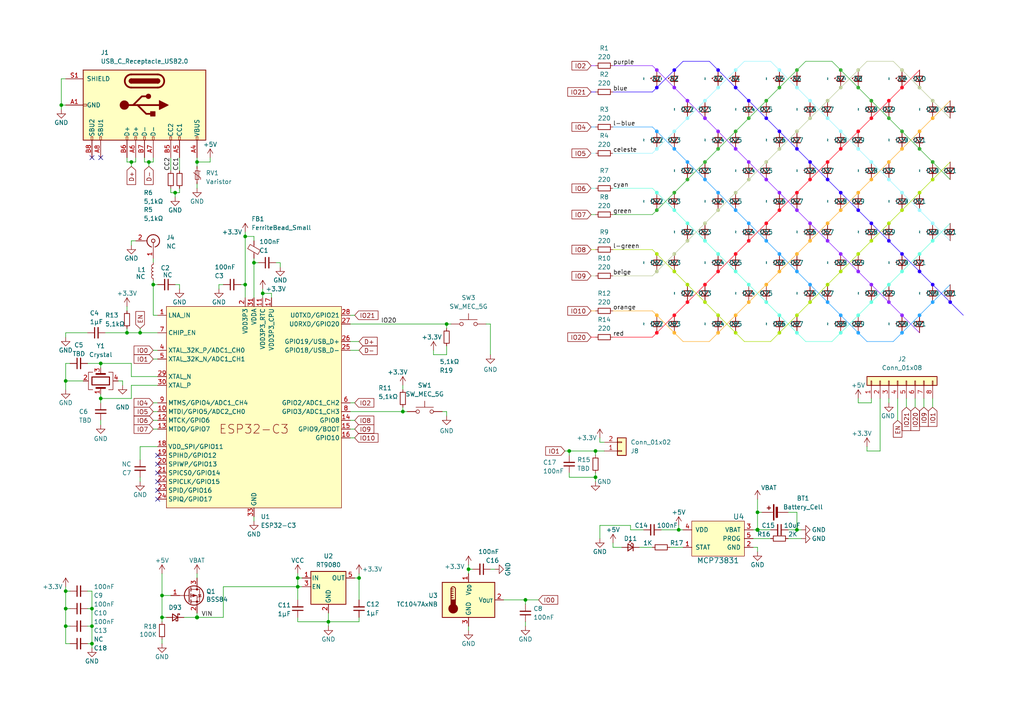
<source format=kicad_sch>
(kicad_sch (version 20231120) (generator "eeschema") (generator_version "8.0")
  (paper "A4")
  (junction (at 222.25 46.99) (color 187 201 151 1))
  (junction (at 222.25 52.07) (color 138 32 255 1))
  (junction (at 240.03 46.99) (color 255 13 34 1))
  (junction (at 240.03 69.85) (color 138 32 255 1))
  (junction (at 217.17 82.55) (color 97 255 220 1))
  (junction (at 270.51 34.29) (color 255 175 45 1))
  (junction (at 165.1 130.81))
  (junction (at 204.47 52.07) (color 33 158 255 1))
  (junction (at 190.5 73.66) (color 170 221 9 1))
  (junction (at 213.36 73.66) (color 255 13 34 1))
  (junction (at 240.03 34.29) (color 153 244 255 1))
  (junction (at 36.83 96.52))
  (junction (at 243.84 73.66) (color 138 32 255 1))
  (junction (at 208.28 91.44) (color 170 221 9 1))
  (junction (at 226.06 78.74) (color 255 175 45 1))
  (junction (at 208.28 60.96) (color 187 201 151 1))
  (junction (at 261.62 55.88) (color 153 244 255 1))
  (junction (at 213.36 43.18) (color 138 32 255 1))
  (junction (at 195.58 96.52) (color 255 175 45 1))
  (junction (at 208.28 25.4) (color 153 244 255 1))
  (junction (at 38.1 46.99))
  (junction (at 248.92 96.52) (color 33 158 255 1))
  (junction (at 222.25 82.55) (color 255 175 45 1))
  (junction (at 208.28 55.88) (color 33 158 255 1))
  (junction (at 270.51 87.63) (color 33 158 255 1))
  (junction (at 257.81 69.85) (color 38 0 255 1))
  (junction (at 195.58 91.44) (color 255 13 34 1))
  (junction (at 234.95 52.07) (color 255 13 34 1))
  (junction (at 204.47 64.77) (color 187 201 151 1))
  (junction (at 17.78 30.48))
  (junction (at 29.21 115.57))
  (junction (at 226.06 38.1) (color 38 0 255 1))
  (junction (at 199.39 87.63) (color 255 13 34 1))
  (junction (at 196.85 153.67))
  (junction (at 231.14 43.18) (color 38 0 255 1))
  (junction (at 199.39 52.07) (color 49 169 47 1))
  (junction (at 213.36 78.74) (color 97 255 220 1))
  (junction (at 243.84 20.32) (color 49 169 47 1))
  (junction (at 172.72 138.43))
  (junction (at 213.36 91.44) (color 255 175 45 1))
  (junction (at 190.5 78.74) (color 187 201 151 1))
  (junction (at 222.25 69.85) (color 33 158 255 1))
  (junction (at 217.17 52.07) (color 187 201 151 1))
  (junction (at 208.28 96.52) (color 255 175 45 1))
  (junction (at 190.5 20.32) (color 138 32 255 1))
  (junction (at 226.06 25.4) (color 49 169 47 1))
  (junction (at 234.95 34.29) (color 187 201 151 1))
  (junction (at 195.58 43.18) (color 33 158 255 1))
  (junction (at 257.81 52.07) (color 153 244 255 1))
  (junction (at 217.17 46.99) (color 138 32 255 1))
  (junction (at 252.73 52.07) (color 255 175 45 1))
  (junction (at 270.51 82.55) (color 38 0 255 1))
  (junction (at 219.71 148.59))
  (junction (at 135.89 165.1))
  (junction (at 252.73 82.55) (color 138 32 255 1))
  (junction (at 46.99 172.72))
  (junction (at 219.71 153.67) (diameter 1.016))
  (junction (at 248.92 43.18) (color 153 244 255 1))
  (junction (at 231.14 25.4) (color 153 244 255 1))
  (junction (at 19.05 171.45))
  (junction (at 261.62 73.66) (color 38 0 255 1))
  (junction (at 57.15 46.99))
  (junction (at 261.62 25.4) (color 255 13 34 1))
  (junction (at 266.7 55.88) (color 170 221 9 1))
  (junction (at 248.92 91.44) (color 97 255 220 1))
  (junction (at 57.15 179.07) (diameter 1.016))
  (junction (at 19.05 181.61))
  (junction (at 226.06 60.96) (color 255 13 34 1))
  (junction (at 195.58 60.96) (color 97 255 220 1))
  (junction (at 204.47 69.85) (color 97 255 220 1))
  (junction (at 270.51 69.85) (color 97 255 220 1))
  (junction (at 19.05 110.49))
  (junction (at 195.58 55.88) (color 49 169 47 1))
  (junction (at 240.03 82.55) (color 170 221 9 1))
  (junction (at 243.84 96.52) (color 97 255 220 1))
  (junction (at 266.7 43.18) (color 49 169 47 1))
  (junction (at 217.17 64.77) (color 33 158 255 1))
  (junction (at 240.03 87.63) (color 33 158 255 1))
  (junction (at 231.14 78.74) (color 33 158 255 1))
  (junction (at 190.5 55.88) (color 97 255 220 1))
  (junction (at 217.17 29.21) (color 38 0 255 1))
  (junction (at 190.5 60.96) (color 49 169 47 1))
  (junction (at 234.95 64.77) (color 138 32 255 1))
  (junction (at 234.95 46.99) (color 38 0 255 1))
  (junction (at 231.14 73.66) (color 255 175 45 1))
  (junction (at 213.36 25.4) (color 38 0 255 1))
  (junction (at 240.03 52.07) (color 38 0 255 1))
  (junction (at 19.05 176.53))
  (junction (at 231.14 20.32) (color 49 169 47 1))
  (junction (at 204.47 87.63) (color 170 221 9 1))
  (junction (at 252.73 64.77) (color 38 0 255 1))
  (junction (at 270.51 29.21) (color 187 201 151 1))
  (junction (at 226.06 55.88) (color 138 32 255 1))
  (junction (at 199.39 82.55) (color 170 221 9 1))
  (junction (at 104.14 167.64))
  (junction (at 252.73 29.21) (color 49 169 47 1))
  (junction (at 195.58 38.1) (color 153 244 255 1))
  (junction (at 213.36 38.1) (color 49 169 47 1))
  (junction (at 248.92 55.88) (color 255 175 45 1))
  (junction (at 252.73 46.99) (color 153 244 255 1))
  (junction (at 217.17 87.63) (color 255 175 45 1))
  (junction (at 195.58 25.4) (color 138 32 255 1))
  (junction (at 248.92 25.4) (color 49 169 47 1))
  (junction (at 257.81 64.77) (color 170 221 9 1))
  (junction (at 248.92 60.96) (color 38 0 255 1))
  (junction (at 86.36 170.18))
  (junction (at 231.14 60.96) (color 138 32 255 1))
  (junction (at 248.92 20.32) (color 187 201 151 1))
  (junction (at 199.39 34.29) (color 153 244 255 1))
  (junction (at 199.39 64.77) (color 97 255 220 1))
  (junction (at 243.84 43.18) (color 255 13 34 1))
  (junction (at 266.7 38.1) (color 255 175 45 1))
  (junction (at 243.84 60.96) (color 255 175 45 1))
  (junction (at 222.25 29.21) (color 49 169 47 1))
  (junction (at 252.73 87.63) (color 97 255 220 1))
  (junction (at 231.14 96.52) (color 97 255 220 1))
  (junction (at 190.5 25.4) (color 38 0 255 1))
  (junction (at 222.25 34.29) (color 38 0 255 1))
  (junction (at 270.51 52.07) (color 170 221 9 1))
  (junction (at 190.5 38.1) (color 33 158 255 1))
  (junction (at 208.28 20.32) (color 38 0 255 1))
  (junction (at 50.8 55.88))
  (junction (at 257.81 82.55) (color 97 255 220 1))
  (junction (at 234.95 29.21) (color 153 244 255 1))
  (junction (at 231.14 55.88) (color 255 13 34 1))
  (junction (at 243.84 38.1) (color 153 244 255 1))
  (junction (at 26.67 181.61))
  (junction (at 129.54 93.98))
  (junction (at 226.06 96.52) (color 170 221 9 1))
  (junction (at 43.18 46.99))
  (junction (at 195.58 73.66) (color 187 201 151 1))
  (junction (at 261.62 60.96) (color 170 221 9 1))
  (junction (at 261.62 20.32) (color 187 201 151 1))
  (junction (at 208.28 38.1) (color 138 32 255 1))
  (junction (at 152.4 173.99))
  (junction (at 44.45 82.55))
  (junction (at 234.95 82.55) (color 33 158 255 1))
  (junction (at 217.17 69.85) (color 255 13 34 1))
  (junction (at 204.47 34.29) (color 138 32 255 1))
  (junction (at 208.28 43.18) (color 49 169 47 1))
  (junction (at 248.92 73.66) (color 170 221 9 1))
  (junction (at 261.62 43.18) (color 255 175 45 1))
  (junction (at 231.14 91.44) (color 170 221 9 1))
  (junction (at 234.95 87.63) (color 170 221 9 1))
  (junction (at 270.51 46.99) (color 49 169 47 1))
  (junction (at 266.7 25.4) (color 187 201 151 1))
  (junction (at 261.62 38.1) (color 49 169 47 1))
  (junction (at 204.47 29.21) (color 153 244 255 1))
  (junction (at 195.58 78.74) (color 170 221 9 1))
  (junction (at 222.25 64.77) (color 255 13 34 1))
  (junction (at 208.28 78.74) (color 255 13 34 1))
  (junction (at 226.06 73.66) (color 33 158 255 1))
  (junction (at 213.36 96.52) (color 170 221 9 1))
  (junction (at 46.99 179.07))
  (junction (at 172.72 130.81))
  (junction (at 243.84 55.88) (color 38 0 255 1))
  (junction (at 204.47 46.99) (color 49 169 47 1))
  (junction (at 243.84 91.44) (color 33 158 255 1))
  (junction (at 208.28 73.66) (color 97 255 220 1))
  (junction (at 270.51 64.77) (color 153 244 255 1))
  (junction (at 234.95 69.85) (color 255 175 45 1))
  (junction (at 240.03 64.77) (color 255 175 45 1))
  (junction (at 199.39 69.85) (color 187 201 151 1))
  (junction (at 26.67 186.69))
  (junction (at 261.62 91.44) (color 138 32 255 1))
  (junction (at 257.81 29.21) (color 255 13 34 1))
  (junction (at 222.25 87.63) (color 97 255 220 1))
  (junction (at 195.58 20.32) (color 38 0 255 1))
  (junction (at 252.73 34.29) (color 255 13 34 1))
  (junction (at 26.67 176.53))
  (junction (at 266.7 91.44) (color 33 158 255 1))
  (junction (at 257.81 87.63) (color 138 32 255 1))
  (junction (at 71.12 68.58))
  (junction (at 266.7 73.66) (color 97 255 220 1))
  (junction (at 248.92 78.74) (color 138 32 255 1))
  (junction (at 217.17 34.29) (color 49 169 47 1))
  (junction (at 257.81 46.99) (color 255 175 45 1))
  (junction (at 190.5 91.44) (color 255 175 45 1))
  (junction (at 86.36 167.64))
  (junction (at 199.39 29.21) (color 138 32 255 1))
  (junction (at 257.81 34.29) (color 49 169 47 1))
  (junction (at 73.66 76.2))
  (junction (at 275.59 87.63) (color 38 0 255 1))
  (junction (at 240.03 29.21) (color 187 201 151 1))
  (junction (at 226.06 20.32) (color 153 244 255 1))
  (junction (at 213.36 20.32) (color 153 244 255 1))
  (junction (at 226.06 43.18) (color 187 201 151 1))
  (junction (at 231.14 153.67))
  (junction (at 266.7 60.96) (color 153 244 255 1))
  (junction (at 199.39 46.99) (color 33 158 255 1))
  (junction (at 226.06 91.44) (color 97 255 220 1))
  (junction (at 116.84 119.38))
  (junction (at 252.73 69.85) (color 170 221 9 1))
  (junction (at 95.25 180.34))
  (junction (at 243.84 78.74) (color 170 221 9 1))
  (junction (at 213.36 60.96) (color 33 158 255 1))
  (junction (at 261.62 96.52) (color 33 158 255 1))
  (junction (at 248.92 38.1) (color 255 13 34 1))
  (junction (at 243.84 25.4) (color 187 201 151 1))
  (junction (at 40.64 96.52))
  (junction (at 29.21 105.41))
  (junction (at 266.7 78.74) (color 38 0 255 1))
  (junction (at 204.47 82.55) (color 255 13 34 1))
  (junction (at 190.5 96.52) (color 255 13 34 1))
  (junction (at 213.36 55.88) (color 187 201 151 1))
  (junction (at 261.62 78.74) (color 97 255 220 1))
  (junction (at 231.14 38.1) (color 187 201 151 1))
  (junction (at 76.2 85.09))
  (junction (at 71.12 82.55))
  (junction (at 190.5 43.18) (color 153 244 255 1))
  (no_connect (at 45.72 134.62))
  (no_connect (at 45.72 132.08))
  (no_connect (at 45.72 142.24))
  (no_connect (at 26.67 45.72))
  (no_connect (at 45.72 144.78))
  (no_connect (at 45.72 137.16))
  (no_connect (at 29.21 45.72))
  (no_connect (at 45.72 139.7))
  (wire (pts (xy 177.8 44.45) (xy 189.23 44.45)) (stroke (width 0) (color 153 244 255 1)))
  (wire (pts (xy 95.25 180.34) (xy 95.25 181.61)))
  (wire (pts (xy 240.03 34.29) (xy 234.95 29.21)) (stroke (width 0) (color 153 244 255 1)))
  (wire (pts (xy 219.71 158.75) (xy 219.71 160.02)))
  (wire (pts (xy 78.74 85.09) (xy 78.74 86.36)))
  (wire (pts (xy 41.91 45.72) (xy 41.91 46.99)))
  (wire (pts (xy 234.95 29.21) (xy 231.14 25.4)) (stroke (width 0) (color 153 244 255 1)))
  (wire (pts (xy 226.06 25.4) (xy 231.14 20.32)) (stroke (width 0) (color 49 169 47 1)))
  (wire (pts (xy 17.78 22.86) (xy 17.78 30.48)))
  (wire (pts (xy 228.6 148.59) (xy 231.14 148.59)))
  (wire (pts (xy 248.92 25.4) (xy 243.84 20.32)) (stroke (width 0) (color 49 169 47 1)))
  (wire (pts (xy 173.99 128.27) (xy 175.26 128.27)))
  (wire (pts (xy 172.72 132.08) (xy 172.72 130.81)))
  (wire (pts (xy 217.17 69.85) (xy 222.25 64.77)) (stroke (width 0) (color 255 13 34 1)))
  (wire (pts (xy 231.14 153.67) (xy 232.41 153.67)))
  (wire (pts (xy 248.92 96.52) (xy 251.46 99.06)) (stroke (width 0) (color 33 158 255 1)))
  (wire (pts (xy 252.73 82.55) (xy 248.92 78.74)) (stroke (width 0) (color 138 32 255 1)))
  (wire (pts (xy 259.08 99.06) (xy 261.62 96.52)) (stroke (width 0) (color 33 158 255 1)))
  (wire (pts (xy 63.5 82.55) (xy 63.5 83.82)))
  (wire (pts (xy 40.64 129.54) (xy 40.64 133.35)))
  (wire (pts (xy 261.62 96.52) (xy 266.7 91.44)) (stroke (width 0) (color 33 158 255 1)))
  (wire (pts (xy 189.23 80.01) (xy 190.5 78.74)) (stroke (width 0) (color 187 201 151 1)))
  (wire (pts (xy 228.6 156.21) (xy 232.41 156.21)))
  (wire (pts (xy 248.92 43.18) (xy 243.84 38.1)) (stroke (width 0) (color 153 244 255 1)))
  (wire (pts (xy 261.62 73.66) (xy 257.81 69.85)) (stroke (width 0) (color 38 0 255 1)))
  (wire (pts (xy 231.14 96.52) (xy 233.68 99.06)) (stroke (width 0) (color 97 255 220 1)))
  (wire (pts (xy 173.99 127) (xy 173.99 128.27)))
  (wire (pts (xy 257.81 87.63) (xy 252.73 82.55)) (stroke (width 0) (color 138 32 255 1)))
  (wire (pts (xy 204.47 82.55) (xy 208.28 78.74)) (stroke (width 0) (color 255 13 34 1)))
  (wire (pts (xy 46.99 179.07) (xy 46.99 180.34)))
  (wire (pts (xy 44.45 91.44) (xy 44.45 82.55)))
  (wire (pts (xy 52.07 55.88) (xy 50.8 55.88)))
  (wire (pts (xy 199.39 29.21) (xy 195.58 25.4)) (stroke (width 0) (color 138 32 255 1)))
  (wire (pts (xy 231.14 91.44) (xy 234.95 87.63)) (stroke (width 0) (color 170 221 9 1)))
  (wire (pts (xy 19.05 171.45) (xy 20.32 171.45)))
  (wire (pts (xy 19.05 171.45) (xy 19.05 176.53)))
  (wire (pts (xy 177.8 90.17) (xy 189.23 90.17)) (stroke (width 0) (color 255 175 45 1)))
  (wire (pts (xy 19.05 22.86) (xy 17.78 22.86)))
  (wire (pts (xy 213.36 20.32) (xy 215.9 17.78)) (stroke (width 0) (color 153 244 255 1)))
  (wire (pts (xy 128.27 119.38) (xy 129.54 119.38)))
  (wire (pts (xy 46.99 172.72) (xy 49.53 172.72)))
  (wire (pts (xy 222.25 29.21) (xy 226.06 25.4)) (stroke (width 0) (color 49 169 47 1)))
  (wire (pts (xy 152.4 175.26) (xy 152.4 173.99)))
  (wire (pts (xy 261.62 91.44) (xy 257.81 87.63)) (stroke (width 0) (color 138 32 255 1)))
  (wire (pts (xy 44.45 101.6) (xy 45.72 101.6)))
  (wire (pts (xy 173.99 156.21) (xy 173.99 152.4)))
  (wire (pts (xy 248.92 60.96) (xy 243.84 55.88)) (stroke (width 0) (color 38 0 255 1)))
  (wire (pts (xy 57.15 179.07) (xy 57.15 177.8)))
  (wire (pts (xy 195.58 55.88) (xy 199.39 52.07)) (stroke (width 0) (color 49 169 47 1)))
  (wire (pts (xy 39.37 46.99) (xy 39.37 45.72)))
  (wire (pts (xy 217.17 64.77) (xy 213.36 60.96)) (stroke (width 0) (color 33 158 255 1)))
  (wire (pts (xy 204.47 34.29) (xy 199.39 29.21)) (stroke (width 0) (color 138 32 255 1)))
  (wire (pts (xy 26.67 186.69) (xy 26.67 187.96)))
  (wire (pts (xy 146.05 173.99) (xy 152.4 173.99)))
  (wire (pts (xy 217.17 29.21) (xy 213.36 25.4)) (stroke (width 0) (color 38 0 255 1)))
  (wire (pts (xy 44.45 116.84) (xy 45.72 116.84)))
  (wire (pts (xy 270.51 29.21) (xy 266.7 25.4)) (stroke (width 0) (color 187 201 151 1)))
  (wire (pts (xy 36.83 88.9) (xy 36.83 90.17)))
  (wire (pts (xy 25.4 176.53) (xy 26.67 176.53)))
  (wire (pts (xy 255.27 130.81) (xy 255.27 115.57)))
  (wire (pts (xy 213.36 96.52) (xy 215.9 99.06)) (stroke (width 0) (color 170 221 9 1)))
  (wire (pts (xy 116.84 118.11) (xy 116.84 119.38)))
  (wire (pts (xy 226.06 38.1) (xy 222.25 34.29)) (stroke (width 0) (color 38 0 255 1)))
  (wire (pts (xy 101.6 124.46) (xy 102.87 124.46)))
  (wire (pts (xy 252.73 34.29) (xy 257.81 29.21)) (stroke (width 0) (color 255 13 34 1)))
  (wire (pts (xy 190.5 55.88) (xy 195.58 60.96)) (stroke (width 0) (color 97 255 220 1)))
  (wire (pts (xy 38.1 46.99) (xy 39.37 46.99)))
  (wire (pts (xy 177.8 158.75) (xy 180.34 158.75)))
  (wire (pts (xy 196.85 153.67) (xy 198.12 153.67)))
  (wire (pts (xy 19.05 113.03) (xy 19.05 110.49)))
  (wire (pts (xy 57.15 167.64) (xy 57.15 166.37)))
  (wire (pts (xy 19.05 181.61) (xy 19.05 186.69)))
  (wire (pts (xy 190.5 43.18) (xy 195.58 38.1)) (stroke (width 0) (color 153 244 255 1)))
  (wire (pts (xy 19.05 181.61) (xy 20.32 181.61)))
  (wire (pts (xy 257.81 52.07) (xy 252.73 46.99)) (stroke (width 0) (color 153 244 255 1)))
  (wire (pts (xy 199.39 34.29) (xy 204.47 29.21)) (stroke (width 0) (color 153 244 255 1)))
  (wire (pts (xy 240.03 52.07) (xy 234.95 46.99)) (stroke (width 0) (color 38 0 255 1)))
  (wire (pts (xy 195.58 96.52) (xy 198.12 99.06)) (stroke (width 0) (color 255 175 45 1)))
  (wire (pts (xy 231.14 43.18) (xy 226.06 38.1)) (stroke (width 0) (color 38 0 255 1)))
  (wire (pts (xy 223.52 156.21) (xy 218.44 156.21)))
  (wire (pts (xy 261.62 55.88) (xy 257.81 52.07)) (stroke (width 0) (color 153 244 255 1)))
  (wire (pts (xy 191.77 153.67) (xy 196.85 153.67)))
  (wire (pts (xy 46.99 172.72) (xy 46.99 179.07)))
  (wire (pts (xy 243.84 25.4) (xy 248.92 20.32)) (stroke (width 0) (color 187 201 151 1)))
  (wire (pts (xy 279.4 91.44) (xy 275.59 87.63)) (stroke (width 0) (color 38 0 255 1)))
  (wire (pts (xy 80.01 76.2) (xy 81.28 76.2)))
  (wire (pts (xy 25.4 171.45) (xy 26.67 171.45)))
  (wire (pts (xy 116.84 111.76) (xy 116.84 113.03)))
  (wire (pts (xy 231.14 148.59) (xy 231.14 153.67)))
  (wire (pts (xy 217.17 87.63) (xy 222.25 82.55)) (stroke (width 0) (color 255 175 45 1)))
  (wire (pts (xy 217.17 82.55) (xy 213.36 78.74)) (stroke (width 0) (color 97 255 220 1)))
  (wire (pts (xy 44.45 121.92) (xy 45.72 121.92)))
  (wire (pts (xy 226.06 96.52) (xy 231.14 91.44)) (stroke (width 0) (color 170 221 9 1)))
  (wire (pts (xy 86.36 180.34) (xy 95.25 180.34)))
  (wire (pts (xy 257.81 34.29) (xy 252.73 29.21)) (stroke (width 0) (color 49 169 47 1)))
  (wire (pts (xy 199.39 87.63) (xy 204.47 82.55)) (stroke (width 0) (color 255 13 34 1)))
  (wire (pts (xy 29.21 115.57) (xy 29.21 116.84)))
  (wire (pts (xy 215.9 99.06) (xy 223.52 99.06)) (stroke (width 0) (color 170 221 9 1)))
  (wire (pts (xy 270.51 64.77) (xy 266.7 60.96)) (stroke (width 0) (color 153 244 255 1)))
  (wire (pts (xy 102.87 127) (xy 101.6 127)))
  (wire (pts (xy 171.45 62.23) (xy 172.72 62.23)) (stroke (width 0) (color 49 169 47 1)))
  (wire (pts (xy 73.66 149.86) (xy 73.66 151.13)))
  (wire (pts (xy 171.45 72.39) (xy 172.72 72.39)) (stroke (width 0) (color 170 221 9 1)))
  (wire (pts (xy 49.53 54.61) (xy 49.53 55.88)))
  (wire (pts (xy 243.84 78.74) (xy 248.92 73.66)) (stroke (width 0) (color 170 221 9 1)))
  (wire (pts (xy 73.66 76.2) (xy 73.66 86.36)))
  (wire (pts (xy 86.36 179.07) (xy 86.36 180.34)))
  (wire (pts (xy 171.45 54.61) (xy 172.72 54.61)) (stroke (width 0) (color 97 255 220 1)))
  (wire (pts (xy 165.1 138.43) (xy 172.72 138.43)))
  (wire (pts (xy 116.84 119.38) (xy 118.11 119.38)))
  (wire (pts (xy 240.03 69.85) (xy 234.95 64.77)) (stroke (width 0) (color 138 32 255 1)))
  (wire (pts (xy 270.51 82.55) (xy 266.7 78.74)) (stroke (width 0) (color 38 0 255 1)))
  (wire (pts (xy 252.73 64.77) (xy 248.92 60.96)) (stroke (width 0) (color 38 0 255 1)))
  (wire (pts (xy 257.81 115.57) (xy 257.81 116.84)))
  (wire (pts (xy 266.7 91.44) (xy 270.51 87.63)) (stroke (width 0) (color 33 158 255 1)))
  (wire (pts (xy 45.72 82.55) (xy 44.45 82.55)))
  (wire (pts (xy 234.95 87.63) (xy 240.03 82.55)) (stroke (width 0) (color 170 221 9 1)))
  (wire (pts (xy 52.07 82.55) (xy 50.8 82.55)))
  (wire (pts (xy 257.81 82.55) (xy 261.62 78.74)) (stroke (width 0) (color 97 255 220 1)))
  (wire (pts (xy 29.21 121.92) (xy 29.21 123.19)))
  (wire (pts (xy 241.3 17.78) (xy 243.84 20.32)) (stroke (width 0) (color 49 169 47 1)))
  (wire (pts (xy 177.8 36.83) (xy 189.23 36.83)) (stroke (width 0) (color 33 158 255 1)))
  (wire (pts (xy 52.07 45.72) (xy 52.07 49.53)))
  (wire (pts (xy 86.36 167.64) (xy 87.63 167.64)))
  (wire (pts (xy 57.15 46.99) (xy 57.15 45.72)))
  (wire (pts (xy 240.03 46.99) (xy 243.84 43.18)) (stroke (width 0) (color 255 13 34 1)))
  (wire (pts (xy 73.66 76.2) (xy 74.93 76.2)))
  (wire (pts (xy 29.21 114.3) (xy 29.21 115.57)))
  (wire (pts (xy 104.14 167.64) (xy 102.87 167.64)))
  (wire (pts (xy 19.05 176.53) (xy 20.32 176.53)))
  (wire (pts (xy 129.54 95.25) (xy 129.54 93.98)))
  (wire (pts (xy 172.72 137.16) (xy 172.72 138.43)))
  (wire (pts (xy 26.67 181.61) (xy 26.67 186.69)))
  (wire (pts (xy 252.73 29.21) (xy 248.92 25.4)) (stroke (width 0) (color 49 169 47 1)))
  (wire (pts (xy 195.58 38.1) (xy 199.39 34.29)) (stroke (width 0) (color 153 244 255 1)))
  (wire (pts (xy 234.95 82.55) (xy 231.14 78.74)) (stroke (width 0) (color 33 158 255 1)))
  (wire (pts (xy 234.95 46.99) (xy 231.14 43.18)) (stroke (width 0) (color 38 0 255 1)))
  (wire (pts (xy 137.16 165.1) (xy 135.89 165.1)))
  (wire (pts (xy 190.5 78.74) (xy 195.58 73.66)) (stroke (width 0) (color 187 201 151 1)))
  (wire (pts (xy 204.47 46.99) (xy 208.28 43.18)) (stroke (width 0) (color 49 169 47 1)))
  (wire (pts (xy 81.28 76.2) (xy 81.28 77.47)))
  (wire (pts (xy 189.23 90.17) (xy 190.5 91.44)) (stroke (width 0) (color 255 175 45 1)))
  (wire (pts (xy 86.36 166.37) (xy 86.36 167.64)))
  (wire (pts (xy 46.99 179.07) (xy 48.26 179.07)))
  (wire (pts (xy 243.84 43.18) (xy 248.92 38.1)) (stroke (width 0) (color 255 13 34 1)))
  (wire (pts (xy 195.58 91.44) (xy 199.39 87.63)) (stroke (width 0) (color 255 13 34 1)))
  (wire (pts (xy 25.4 105.41) (xy 29.21 105.41)))
  (wire (pts (xy 190.5 20.32) (xy 189.23 19.05)) (stroke (width 0) (color 138 32 255 1)))
  (wire (pts (xy 171.45 36.83) (xy 172.72 36.83)) (stroke (width 0) (color 33 158 255 1)))
  (wire (pts (xy 213.36 60.96) (xy 208.28 55.88)) (stroke (width 0) (color 33 158 255 1)))
  (wire (pts (xy 40.64 95.25) (xy 40.64 96.52)))
  (wire (pts (xy 248.92 115.57) (xy 248.92 116.84)))
  (wire (pts (xy 71.12 82.55) (xy 71.12 86.36)))
  (wire (pts (xy 45.72 91.44) (xy 44.45 91.44)))
  (wire (pts (xy 57.15 48.26) (xy 57.15 46.99)))
  (wire (pts (xy 240.03 82.55) (xy 243.84 78.74)) (stroke (width 0) (color 170 221 9 1)))
  (wire (pts (xy 60.96 45.72) (xy 60.96 46.99)))
  (wire (pts (xy 129.54 102.87) (xy 129.54 100.33)))
  (wire (pts (xy 29.21 115.57) (xy 38.1 115.57)))
  (wire (pts (xy 52.07 83.82) (xy 52.07 82.55)))
  (wire (pts (xy 36.83 45.72) (xy 36.83 46.99)))
  (wire (pts (xy 248.92 96.52) (xy 243.84 91.44)) (stroke (width 0) (color 33 158 255 1)))
  (wire (pts (xy 71.12 68.58) (xy 73.66 68.58)))
  (wire (pts (xy 49.53 55.88) (xy 50.8 55.88)))
  (wire (pts (xy 257.81 29.21) (xy 261.62 25.4)) (stroke (width 0) (color 255 13 34 1)))
  (wire (pts (xy 86.36 167.64) (xy 86.36 170.18)))
  (wire (pts (xy 240.03 29.21) (xy 243.84 25.4)) (stroke (width 0) (color 187 201 151 1)))
  (wire (pts (xy 26.67 176.53) (xy 26.67 181.61)))
  (wire (pts (xy 204.47 52.07) (xy 199.39 46.99)) (stroke (width 0) (color 33 158 255 1)))
  (wire (pts (xy 270.51 69.85) (xy 275.59 64.77)) (stroke (width 0) (color 97 255 220 1)))
  (wire (pts (xy 172.72 130.81) (xy 175.26 130.81)))
  (wire (pts (xy 44.45 104.14) (xy 45.72 104.14)))
  (wire (pts (xy 20.32 105.41) (xy 19.05 105.41)))
  (wire (pts (xy 30.48 96.52) (xy 36.83 96.52)))
  (wire (pts (xy 104.14 173.99) (xy 104.14 167.64)))
  (wire (pts (xy 189.23 158.75) (xy 185.42 158.75)))
  (wire (pts (xy 190.5 96.52) (xy 195.58 91.44)) (stroke (width 0) (color 255 13 34 1)))
  (wire (pts (xy 73.66 68.58) (xy 73.66 69.85)))
  (wire (pts (xy 49.53 45.72) (xy 49.53 49.53)))
  (wire (pts (xy 275.59 87.63) (xy 270.51 82.55)) (stroke (width 0) (color 38 0 255 1)))
  (wire (pts (xy 243.84 91.44) (xy 240.03 87.63)) (stroke (width 0) (color 33 158 255 1)))
  (wire (pts (xy 52.07 54.61) (xy 52.07 55.88)))
  (wire (pts (xy 19.05 105.41) (xy 19.05 110.49)))
  (wire (pts (xy 76.2 85.09) (xy 76.2 86.36)))
  (wire (pts (xy 275.59 69.85) (xy 270.51 64.77)) (stroke (width 0) (color 153 244 255 1)))
  (wire (pts (xy 266.7 60.96) (xy 261.62 55.88)) (stroke (width 0) (color 153 244 255 1)))
  (wire (pts (xy 222.25 34.29) (xy 217.17 29.21)) (stroke (width 0) (color 38 0 255 1)))
  (wire (pts (xy 261.62 25.4) (xy 266.7 20.32)) (stroke (width 0) (color 255 13 34 1)))
  (wire (pts (xy 171.45 44.45) (xy 172.72 44.45)) (stroke (width 0) (color 153 244 255 1)))
  (wire (pts (xy 189.23 26.67) (xy 190.5 25.4)) (stroke (width 0) (color 38 0 255 1)))
  (wire (pts (xy 199.39 69.85) (xy 204.47 64.77)) (stroke (width 0) (color 187 201 151 1)))
  (wire (pts (xy 125.73 102.87) (xy 129.54 102.87)))
  (wire (pts (xy 190.5 25.4) (xy 195.58 20.32)) (stroke (width 0) (color 38 0 255 1)))
  (wire (pts (xy 171.45 80.01) (xy 172.72 80.01)) (stroke (width 0) (color 187 201 151 1)))
  (wire (pts (xy 251.46 99.06) (xy 259.08 99.06)) (stroke (width 0) (color 33 158 255 1)))
  (wire (pts (xy 231.14 60.96) (xy 226.06 55.88)) (stroke (width 0) (color 138 32 255 1)))
  (wire (pts (xy 219.71 144.78) (xy 219.71 148.59)))
  (wire (pts (xy 226.06 20.32) (xy 223.52 17.78)) (stroke (width 0) (color 153 244 255 1)))
  (wire (pts (xy 257.81 46.99) (xy 261.62 43.18)) (stroke (width 0) (color 255 175 45 1)))
  (wire (pts (xy 222.25 87.63) (xy 217.17 82.55)) (stroke (width 0) (color 97 255 220 1)))
  (wire (pts (xy 64.77 170.18) (xy 64.77 179.07)))
  (wire (pts (xy 231.14 38.1) (xy 234.95 34.29)) (stroke (width 0) (color 187 201 151 1)))
  (wire (pts (xy 189.23 54.61) (xy 190.5 55.88)) (stroke (width 0) (color 97 255 220 1)))
  (wire (pts (xy 262.89 118.11) (xy 262.89 115.57)))
  (wire (pts (xy 251.46 17.78) (xy 259.08 17.78)) (stroke (width 0) (color 187 201 151 1)))
  (wire (pts (xy 222.25 82.55) (xy 226.06 78.74)) (stroke (width 0) (color 255 175 45 1)))
  (wire (pts (xy 104.14 166.37) (xy 104.14 167.64)))
  (wire (pts (xy 165.1 137.16) (xy 165.1 138.43)))
  (wire (pts (xy 163.83 130.81) (xy 165.1 130.81)))
  (wire (pts (xy 243.84 38.1) (xy 240.03 34.29)) (stroke (width 0) (color 153 244 255 1)))
  (wire (pts (xy 189.23 44.45) (xy 190.5 43.18)) (stroke (width 0) (color 153 244 255 1)))
  (wire (pts (xy 248.92 38.1) (xy 252.73 34.29)) (stroke (width 0) (color 255 13 34 1)))
  (wire (pts (xy 261.62 38.1) (xy 257.81 34.29)) (stroke (width 0) (color 49 169 47 1)))
  (wire (pts (xy 198.12 158.75) (xy 194.31 158.75)))
  (wire (pts (xy 208.28 25.4) (xy 213.36 20.32)) (stroke (width 0) (color 153 244 255 1)))
  (wire (pts (xy 57.15 179.07) (xy 53.34 179.07)))
  (wire (pts (xy 257.81 64.77) (xy 261.62 60.96)) (stroke (width 0) (color 170 221 9 1)))
  (wire (pts (xy 129.54 119.38) (xy 129.54 120.65)))
  (wire (pts (xy 199.39 82.55) (xy 195.58 78.74)) (stroke (width 0) (color 170 221 9 1)))
  (wire (pts (xy 36.83 46.99) (xy 38.1 46.99)))
  (wire (pts (xy 205.74 17.78) (xy 208.28 20.32)) (stroke (width 0) (color 38 0 255 1)))
  (wire (pts (xy 57.15 53.34) (xy 57.15 54.61)))
  (wire (pts (xy 213.36 43.18) (xy 208.28 38.1)) (stroke (width 0) (color 138 32 255 1)))
  (wire (pts (xy 38.1 105.41) (xy 38.1 109.22)))
  (wire (pts (xy 38.1 111.76) (xy 45.72 111.76)))
  (wire (pts (xy 226.06 73.66) (xy 222.25 69.85)) (stroke (width 0) (color 33 158 255 1)))
  (wire (pts (xy 101.6 99.06) (xy 104.14 99.06)))
  (wire (pts (xy 248.92 20.32) (xy 251.46 17.78)) (stroke (width 0) (color 187 201 151 1)))
  (wire (pts (xy 76.2 85.09) (xy 76.2 83.82)))
  (wire (pts (xy 46.99 166.37) (xy 46.99 172.72)))
  (wire (pts (xy 217.17 52.07) (xy 222.25 46.99)) (stroke (width 0) (color 187 201 151 1)))
  (wire (pts (xy 177.8 72.39) (xy 189.23 72.39)) (stroke (width 0) (color 170 221 9 1)))
  (wire (pts (xy 257.81 69.85) (xy 252.73 64.77)) (stroke (width 0) (color 38 0 255 1)))
  (wire (pts (xy 205.74 99.06) (xy 208.28 96.52)) (stroke (width 0) (color 255 175 45 1)))
  (wire (pts (xy 198.12 99.06) (xy 205.74 99.06)) (stroke (width 0) (color 255 175 45 1)))
  (wire (pts (xy 195.58 25.4) (xy 190.5 20.32)) (stroke (width 0) (color 138 32 255 1)))
  (wire (pts (xy 266.7 55.88) (xy 270.51 52.07)) (stroke (width 0) (color 170 221 9 1)))
  (wire (pts (xy 101.6 93.98) (xy 129.54 93.98)))
  (wire (pts (xy 231.14 20.32) (xy 233.68 17.78)) (stroke (width 0) (color 49 169 47 1)))
  (wire (pts (xy 44.45 46.99) (xy 44.45 45.72)))
  (wire (pts (xy 44.45 124.46) (xy 45.72 124.46)))
  (wire (pts (xy 129.54 93.98) (xy 130.81 93.98)))
  (wire (pts (xy 234.95 52.07) (xy 240.03 46.99)) (stroke (width 0) (color 255 13 34 1)))
  (wire (pts (xy 219.71 148.59) (xy 220.98 148.59)))
  (wire (pts (xy 165.1 130.81) (xy 172.72 130.81)))
  (wire (pts (xy 140.97 93.98) (xy 142.24 93.98)))
  (wire (pts (xy 29.21 106.68) (xy 29.21 105.41)))
  (wire (pts (xy 219.71 153.67) (xy 223.52 153.67)))
  (wire (pts (xy 44.45 119.38) (xy 45.72 119.38)))
  (wire (pts (xy 189.23 62.23) (xy 190.5 60.96)) (stroke (width 0) (color 49 169 47 1)))
  (wire (pts (xy 36.83 96.52) (xy 36.83 95.25)))
  (wire (pts (xy 69.85 82.55) (xy 71.12 82.55)))
  (wire (pts (xy 17.78 31.75) (xy 17.78 30.48)))
  (wire (pts (xy 270.51 52.07) (xy 275.59 46.99)) (stroke (width 0) (color 170 221 9 1)))
  (wire (pts (xy 19.05 110.49) (xy 24.13 110.49)))
  (wire (pts (xy 222.25 52.07) (xy 217.17 46.99)) (stroke (width 0) (color 138 32 255 1)))
  (wire (pts (xy 17.78 30.48) (xy 19.05 30.48)))
  (wire (pts (xy 251.46 130.81) (xy 255.27 130.81)))
  (wire (pts (xy 270.51 115.57) (xy 270.51 118.11)))
  (wire (pts (xy 171.45 26.67) (xy 172.72 26.67)) (stroke (width 0) (color 38 0 255 1)))
  (wire (pts (xy 177.8 80.01) (xy 189.23 80.01)) (stroke (width 0) (color 187 201 151 1)))
  (wire (pts (xy 213.36 73.66) (xy 217.17 69.85)) (stroke (width 0) (color 255 13 34 1)))
  (wire (pts (xy 223.52 99.06) (xy 226.06 96.52)) (stroke (width 0) (color 170 221 9 1)))
  (wire (pts (xy 71.12 67.31) (xy 71.12 68.58)))
  (wire (pts (xy 234.95 34.29) (xy 240.03 29.21)) (stroke (width 0) (color 187 201 151 1)))
  (wire (pts (xy 101.6 101.6) (xy 104.14 101.6)))
  (wire (pts (xy 260.35 121.92) (xy 260.35 115.57)))
  (wire (pts (xy 177.8 54.61) (xy 189.23 54.61)) (stroke (width 0) (color 97 255 220 1)))
  (wire (pts (xy 218.44 158.75) (xy 219.71 158.75)))
  (wire (pts (xy 177.8 26.67) (xy 189.23 26.67)) (stroke (width 0) (color 38 0 255 1)))
  (wire (pts (xy 213.36 96.52) (xy 208.28 91.44)) (stroke (width 0) (color 170 221 9 1)))
  (wire (pts (xy 41.91 46.99) (xy 43.18 46.99)))
  (wire (pts (xy 177.8 19.05) (xy 189.23 19.05)) (stroke (width 0) (color 138 32 255 1)))
  (wire (pts (xy 231.14 25.4) (xy 226.06 20.32)) (stroke (width 0) (color 153 244 255 1)))
  (wire (pts (xy 190.5 38.1) (xy 195.58 43.18)) (stroke (width 0) (color 33 158 255 1)))
  (wire (pts (xy 248.92 73.66) (xy 252.73 69.85)) (stroke (width 0) (color 170 221 9 1)))
  (wire (pts (xy 86.36 170.18) (xy 87.63 170.18)))
  (wire (pts (xy 36.83 96.52) (xy 40.64 96.52)))
  (wire (pts (xy 261.62 91.44) (xy 266.7 96.52)) (stroke (width 0) (color 138 32 255 1)))
  (wire (pts (xy 204.47 29.21) (xy 208.28 25.4)) (stroke (width 0) (color 153 244 255 1)))
  (wire (pts (xy 266.7 43.18) (xy 261.62 38.1)) (stroke (width 0) (color 49 169 47 1)))
  (wire (pts (xy 195.58 73.66) (xy 199.39 69.85)) (stroke (width 0) (color 187 201 151 1)))
  (wire (pts (xy 38.1 115.57) (xy 38.1 111.76)))
  (wire (pts (xy 266.7 73.66) (xy 270.51 69.85)) (stroke (width 0) (color 97 255 220 1)))
  (wire (pts (xy 40.64 138.43) (xy 40.64 139.7)))
  (wire (pts (xy 171.45 19.05) (xy 172.72 19.05)) (stroke (width 0) (color 138 32 255 1)))
  (wire (pts (xy 199.39 64.77) (xy 195.58 60.96)) (stroke (width 0) (color 97 255 220 1)))
  (wire (pts (xy 189.23 72.39) (xy 190.5 73.66)) (stroke (width 0) (color 170 221 9 1)))
  (wire (pts (xy 189.23 97.79) (xy 190.5 96.52)) (stroke (width 0) (color 255 13 34 1)))
  (wire (pts (xy 19.05 96.52) (xy 25.4 96.52)))
  (wire (pts (xy 152.4 180.34) (xy 152.4 181.61)))
  (wire (pts (xy 38.1 69.85) (xy 38.1 71.12)))
  (wire (pts (xy 248.92 116.84) (xy 252.73 116.84)))
  (wire (pts (xy 104.14 179.07) (xy 104.14 180.34)))
  (wire (pts (xy 252.73 115.57) (xy 252.73 116.84)))
  (wire (pts (xy 266.7 78.74) (xy 261.62 73.66)) (stroke (width 0) (color 38 0 255 1)))
  (wire (pts (xy 35.56 110.49) (xy 34.29 110.49)))
  (wire (pts (xy 231.14 73.66) (xy 234.95 69.85)) (stroke (width 0) (color 255 175 45 1)))
  (wire (pts (xy 261.62 78.74) (xy 266.7 73.66)) (stroke (width 0) (color 97 255 220 1)))
  (wire (pts (xy 240.03 64.77) (xy 243.84 60.96)) (stroke (width 0) (color 255 175 45 1)))
  (wire (pts (xy 101.6 116.84) (xy 102.87 116.84)))
  (wire (pts (xy 57.15 179.07) (xy 64.77 179.07)))
  (wire (pts (xy 248.92 91.44) (xy 252.73 87.63)) (stroke (width 0) (color 97 255 220 1)))
  (wire (pts (xy 25.4 186.69) (xy 26.67 186.69)))
  (wire (pts (xy 199.39 52.07) (xy 204.47 46.99)) (stroke (width 0) (color 49 169 47 1)))
  (wire (pts (xy 165.1 132.08) (xy 165.1 130.81)))
  (wire (pts (xy 270.51 87.63) (xy 275.59 82.55)) (stroke (width 0) (color 33 158 255 1)))
  (wire (pts (xy 19.05 97.79) (xy 19.05 96.52)))
  (wire (pts (xy 204.47 87.63) (xy 199.39 82.55)) (stroke (width 0) (color 170 221 9 1)))
  (wire (pts (xy 252.73 69.85) (xy 257.81 64.77)) (stroke (width 0) (color 170 221 9 1)))
  (wire (pts (xy 218.44 153.67) (xy 219.71 153.67)))
  (wire (pts (xy 40.64 96.52) (xy 45.72 96.52)))
  (wire (pts (xy 248.92 78.74) (xy 243.84 73.66)) (stroke (width 0) (color 138 32 255 1)))
  (wire (pts (xy 208.28 91.44) (xy 204.47 87.63)) (stroke (width 0) (color 170 221 9 1)))
  (wire (pts (xy 208.28 96.52) (xy 213.36 91.44)) (stroke (width 0) (color 255 175 45 1)))
  (wire (pts (xy 259.08 17.78) (xy 261.62 20.32)) (stroke (width 0) (color 187 201 151 1)))
  (wire (pts (xy 275.59 52.07) (xy 270.51 46.99)) (stroke (width 0) (color 49 169 47 1)))
  (wire (pts (xy 208.28 20.32) (xy 213.36 25.4)) (stroke (width 0) (color 38 0 255 1)))
  (wire (pts (xy 177.8 97.79) (xy 189.23 97.79)) (stroke (width 0) (color 255 13 34 1)))
  (wire (pts (xy 252.73 52.07) (xy 257.81 46.99)) (stroke (width 0) (color 255 175 45 1)))
  (wire (pts (xy 213.36 91.44) (xy 217.17 87.63)) (stroke (width 0) (color 255 175 45 1)))
  (wire (pts (xy 234.95 69.85) (xy 240.03 64.77)) (stroke (width 0) (color 255 175 45 1)))
  (wire (pts (xy 142.24 93.98) (xy 142.24 102.87)))
  (wire (pts (xy 208.28 78.74) (xy 213.36 73.66)) (stroke (width 0) (color 255 13 34 1)))
  (wire (pts (xy 189.23 36.83) (xy 190.5 38.1)) (stroke (width 0) (color 33 158 255 1)))
  (wire (pts (xy 135.89 163.83) (xy 135.89 165.1)))
  (wire (pts (xy 252.73 46.99) (xy 248.92 43.18)) (stroke (width 0) (color 153 244 255 1)))
  (wire (pts (xy 101.6 119.38) (xy 116.84 119.38)))
  (wire (pts (xy 243.84 60.96) (xy 248.92 55.88)) (stroke (width 0) (color 255 175 45 1)))
  (wire (pts (xy 261.62 60.96) (xy 266.7 55.88)) (stroke (width 0) (color 170 221 9 1)))
  (wire (pts (xy 44.45 81.28) (xy 44.45 82.55)))
  (wire (pts (xy 26.67 171.45) (xy 26.67 176.53)))
  (wire (pts (xy 231.14 55.88) (xy 234.95 52.07)) (stroke (width 0) (color 255 13 34 1)))
  (wire (pts (xy 19.05 170.18) (xy 19.05 171.45)))
  (wire (pts (xy 231.14 96.52) (xy 226.06 91.44)) (stroke (width 0) (color 97 255 220 1)))
  (wire (pts (xy 173.99 152.4) (xy 182.88 152.4)))
  (wire (pts (xy 208.28 60.96) (xy 213.36 55.88)) (stroke (width 0) (color 187 201 151 1)))
  (wire (pts (xy 125.73 101.6) (xy 125.73 102.87)))
  (wire (pts (xy 222.25 69.85) (xy 217.17 64.77)) (stroke (width 0) (color 33 158 255 1)))
  (wire (pts (xy 190.5 73.66) (xy 195.58 78.74)) (stroke (width 0) (color 170 221 9 1)))
  (wire (pts (xy 73.66 74.93) (xy 73.66 76.2)))
  (wire (pts (xy 57.15 46.99) (xy 60.96 46.99)))
  (wire (pts (xy 196.85 152.4) (xy 196.85 153.67)))
  (wire (pts (xy 213.36 78.74) (xy 208.28 73.66)) (stroke (width 0) (color 97 255 220 1)))
  (wire (pts (xy 233.68 99.06) (xy 241.3 99.06)) (stroke (width 0) (color 97 255 220 1)))
  (wire (pts (xy 208.28 55.88) (xy 204.47 52.07)) (stroke (width 0) (color 33 158 255 1)))
  (wire (pts (xy 217.17 34.29) (xy 222.25 29.21)) (stroke (width 0) (color 49 169 47 1)))
  (wire (pts (xy 204.47 69.85) (xy 199.39 64.77)) (stroke (width 0) (color 97 255 220 1)))
  (wire (pts (xy 171.45 97.79) (xy 172.72 97.79)) (stroke (width 0) (color 255 13 34 1)))
  (wire (pts (xy 190.5 60.96) (xy 195.58 55.88)) (stroke (width 0) (color 49 169 47 1)))
  (wire (pts (xy 76.2 85.09) (xy 78.74 85.09)))
  (wire (pts (xy 172.72 138.43) (xy 172.72 139.7)))
  (wire (pts (xy 102.87 121.92) (xy 101.6 121.92)))
  (wire (pts (xy 171.45 90.17) (xy 172.72 90.17)) (stroke (width 0) (color 255 175 45 1)))
  (wire (pts (xy 104.14 180.34) (xy 95.25 180.34)))
  (wire (pts (xy 38.1 46.99) (xy 38.1 48.26)))
  (wire (pts (xy 38.1 109.22) (xy 45.72 109.22)))
  (wire (pts (xy 252.73 87.63) (xy 257.81 82.55)) (stroke (width 0) (color 97 255 220 1)))
  (wire (pts (xy 135.89 165.1) (xy 135.89 166.37)))
  (wire (pts (xy 251.46 130.81) (xy 251.46 129.54)))
  (wire (pts (xy 29.21 105.41) (xy 38.1 105.41)))
  (wire (pts (xy 64.77 82.55) (xy 63.5 82.55)))
  (wire (pts (xy 222.25 64.77) (xy 226.06 60.96)) (stroke (width 0) (color 255 13 34 1)))
  (wire (pts (xy 240.03 87.63) (xy 234.95 82.55)) (stroke (width 0) (color 33 158 255 1)))
  (wire (pts (xy 199.39 46.99) (xy 195.58 43.18)) (stroke (width 0) (color 33 158 255 1)))
  (wire (pts (xy 71.12 68.58) (xy 71.12 82.55)))
  (wire (pts (xy 222.25 46.99) (xy 226.06 43.18)) (stroke (width 0) (color 187 201 151 1)))
  (wire (pts (xy 213.36 55.88) (xy 217.17 52.07)) (stroke (width 0) (color 187 201 151 1)))
  (wire (pts (xy 198.12 17.78) (xy 205.74 17.78)) (stroke (width 0) (color 38 0 255 1)))
  (wire (pts (xy 233.68 17.78) (xy 241.3 17.78)) (stroke (width 0) (color 49 169 47 1)))
  (wire (pts (xy 44.45 74.93) (xy 44.45 76.2)))
  (wire (pts (xy 217.17 46.99) (xy 213.36 43.18)) (stroke (width 0) (color 138 32 255 1)))
  (wire (pts (xy 35.56 111.76) (xy 35.56 110.49)))
  (wire (pts (xy 226.06 43.18) (xy 231.14 38.1)) (stroke (width 0) (color 187 201 151 1)))
  (wire (pts (xy 40.64 129.54) (xy 45.72 129.54)))
  (wire (pts (xy 204.47 64.77) (xy 208.28 60.96)) (stroke (width 0) (color 187 201 151 1)))
  (wire (pts (xy 226.06 60.96) (xy 231.14 55.88)) (stroke (width 0) (color 255 13 34 1)))
  (wire (pts (xy 43.18 46.99) (xy 44.45 46.99)))
  (wire (pts (xy 270.51 34.29) (xy 275.59 29.21)) (stroke (width 0) (color 255 175 45 1)))
  (wire (pts (xy 19.05 186.69) (xy 20.32 186.69)))
  (wire (pts (xy 243.84 96.52) (xy 248.92 91.44)) (stroke (width 0) (color 97 255 220 1)))
  (wire (pts (xy 38.1 69.85) (xy 39.37 69.85)))
  (wire (pts (xy 208.28 38.1) (xy 204.47 34.29)) (stroke (width 0) (color 138 32 255 1)))
  (wire (pts (xy 219.71 148.59) (xy 219.71 153.67)))
  (wire (pts (xy 270.51 46.99) (xy 266.7 43.18)) (stroke (width 0) (color 49 169 47 1)))
  (wire (pts (xy 43.18 46.99) (xy 43.18 48.26)))
  (wire (pts (xy 102.87 91.44) (xy 101.6 91.44)))
  (wire (pts (xy 19.05 176.53) (xy 19.05 181.61)))
  (wire (pts (xy 213.36 38.1) (xy 217.17 34.29)) (stroke (width 0) (color 49 169 47 1)))
  (wire (pts (xy 208.28 73.66) (xy 204.47 69.85)) (stroke (width 0) (color 97 255 220 1)))
  (wire (pts (xy 275.59 34.29) (xy 270.51 29.21)) (stroke (width 0) (color 187 201 151 1)))
  (wire (pts (xy 267.97 118.11) (xy 267.97 115.57)))
  (wire (pts (xy 64.77 170.18) (xy 86.36 170.18)))
  (wire (pts (xy 234.95 64.77) (xy 231.14 60.96)) (stroke (width 0) (color 138 32 255 1)))
  (wire (pts (xy 226.06 78.74) (xy 231.14 73.66)) (stroke (width 0) (color 255 175 45 1)))
  (wire (pts (xy 261.62 43.18) (xy 266.7 38.1)) (stroke (width 0) (color 255 175 45 1)))
  (wire (pts (xy 266.7 25.4) (xy 261.62 20.32)) (stroke (width 0) (color 187 201 151 1)))
  (wire (pts (xy 215.9 17.78) (xy 223.52 17.78)) (stroke (width 0) (color 153 244 255 1)))
  (wire (pts (xy 142.24 165.1) (xy 143.51 165.1)))
  (wire (pts (xy 25.4 181.61) (xy 26.67 181.61)))
  (wire (pts (xy 248.92 55.88) (xy 252.73 52.07)) (stroke (width 0) (color 255 175 45 1)))
  (wire (pts (xy 177.8 158.75) (xy 177.8 157.48)))
  (wire (pts (xy 50.8 55.88) (xy 50.8 57.15)))
  (wire (pts (xy 156.21 173.99) (xy 152.4 173.99)))
  (wire (pts (xy 226.06 55.88) (xy 222.25 52.07)) (stroke (width 0) (color 138 32 255 1)))
  (wire (pts (xy 208.28 43.18) (xy 213.36 38.1)) (stroke (width 0) (color 49 169 47 1)))
  (wire (pts (xy 195.58 20.32) (xy 198.12 17.78)) (stroke (width 0) (color 38 0 255 1)))
  (wire (pts (xy 266.7 38.1) (xy 270.51 34.29)) (stroke (width 0) (color 255 175 45 1)))
  (wire (pts (xy 265.43 118.11) (xy 265.43 115.57)))
  (wire (pts (xy 243.84 73.66) (xy 240.03 69.85)) (stroke (width 0) (color 138 32 255 1)))
  (wire (pts (xy 95.25 177.8) (xy 95.25 180.34)))
  (wire (pts (xy 86.36 170.18) (xy 86.36 173.99)))
  (wire (pts (xy 177.8 62.23) (xy 189.23 62.23)) (stroke (width 0) (color 49 169 47 1)))
  (wire (pts (xy 226.06 91.44) (xy 222.25 87.63)) (stroke (width 0) (color 97 255 220 1)))
  (wire (pts (xy 135.89 182.88) (xy 135.89 181.61)))
  (wire (pts (xy 231.14 78.74) (xy 226.06 73.66)) (stroke (width 0) (color 33 158 255 1)))
  (wire (pts (xy 241.3 99.06) (xy 243.84 96.52)) (stroke (width 0) (color 97 255 220 1)))
  (wire (pts (xy 182.88 152.4) (xy 182.88 153.67)))
  (wire (pts (xy 190.5 91.44) (xy 195.58 96.52)) (stroke (width 0) (color 255 175 45 1)))
  (wire (pts (xy 243.84 55.88) (xy 240.03 52.07)) (stroke (width 0) (color 38 0 255 1)))
  (wire (pts (xy 182.88 153.67) (xy 186.69 153.67)))
  (wire (pts (xy 228.6 153.67) (xy 231.14 153.67)))
  (wire (pts (xy 46.99 185.42) (xy 46.99 186.69)))
  (label "CC1" (at 52.07 49.53 90))
  (label "l-green" (at 177.8 72.39 0))
  (label "cyan" (at 177.8 54.61 0))
  (label "l-blue" (at 177.8 36.83 0))
  (label "VIN" (at 58.42 179.07 0))
  (label "red" (at 177.8 97.79 0))
  (label "green" (at 177.8 62.23 0))
  (label "orange" (at 177.8 90.17 0))
  (label "blue" (at 177.8 26.67 0))
  (label "IO20" (at 110.49 93.98 0))
  (label "beige" (at 177.8 80.01 0))
  (label "CC2" (at 49.53 49.53 90))
  (label "purple" (at 177.8 19.05 0))
  (label "celeste" (at 177.8 44.45 0))
  (global_label "IO10" (shape input) (at 102.87 127 0) (property "Intersheetrefs" "${INTERSHEET_REFS}" (effects (hide yes))))
  (global_label "IO0" (shape input) (at 156.21 173.99 0) (property "Intersheetrefs" "${INTERSHEET_REFS}" (effects (hide yes))))
  (global_label "IO10" (shape input) (at 171.45 90.17 180) (property "Intersheetrefs" "${INTERSHEET_REFS}" (effects (hide yes))))
  (global_label "IO8" (shape input) (at 171.45 72.39 180) (property "Intersheetrefs" "${INTERSHEET_REFS}" (effects (hide yes))))
  (global_label "D+" (shape input) (at 38.1 48.26 270) (property "Intersheetrefs" "${INTERSHEET_REFS}" (effects (hide yes))))
  (global_label "IO4" (shape input) (at 171.45 36.83 180) (property "Intersheetrefs" "${INTERSHEET_REFS}" (effects (hide yes))))
  (global_label "IO9" (shape input) (at 102.87 124.46 0) (property "Intersheetrefs" "${INTERSHEET_REFS}" (effects (hide yes))))
  (global_label "IO0" (shape input) (at 44.45 101.6 180) (property "Intersheetrefs" "${INTERSHEET_REFS}" (effects (hide yes))))
  (global_label "IO2" (shape input) (at 102.87 116.84 0) (property "Intersheetrefs" "${INTERSHEET_REFS}" (effects (hide yes))))
  (global_label "IO9" (shape input) (at 267.97 118.11 270) (property "Intersheetrefs" "${INTERSHEET_REFS}" (effects (hide yes))))
  (global_label "IO7" (shape input) (at 44.45 124.46 180) (property "Intersheetrefs" "${INTERSHEET_REFS}" (effects (hide yes))))
  (global_label "IO20" (shape input) (at 265.43 118.11 270) (property "Intersheetrefs" "${INTERSHEET_REFS}" (effects (hide yes))))
  (global_label "D-" (shape input) (at 43.18 48.26 270) (property "Intersheetrefs" "${INTERSHEET_REFS}" (effects (hide yes))))
  (global_label "IO1" (shape input) (at 270.51 118.11 270) (property "Intersheetrefs" "${INTERSHEET_REFS}" (effects (hide yes))))
  (global_label "IO4" (shape input) (at 44.45 116.84 180) (property "Intersheetrefs" "${INTERSHEET_REFS}" (effects (hide yes))))
  (global_label "IO2" (shape input) (at 171.45 19.05 180) (property "Intersheetrefs" "${INTERSHEET_REFS}" (effects (hide yes))))
  (global_label "IO1" (shape input) (at 163.83 130.81 180) (property "Intersheetrefs" "${INTERSHEET_REFS}" (effects (hide yes))))
  (global_label "EN" (shape input) (at 40.64 95.25 90) (property "Intersheetrefs" "${INTERSHEET_REFS}" (effects (hide yes))))
  (global_label "IO21" (shape input) (at 102.87 91.44 0) (property "Intersheetrefs" "${INTERSHEET_REFS}" (effects (hide yes))))
  (global_label "D-" (shape input) (at 104.14 101.6 0) (property "Intersheetrefs" "${INTERSHEET_REFS}" (effects (hide yes))))
  (global_label "IO21" (shape input) (at 171.45 26.67 180) (property "Intersheetrefs" "${INTERSHEET_REFS}" (effects (hide yes))))
  (global_label "IO1" (shape input) (at 44.45 104.14 180) (property "Intersheetrefs" "${INTERSHEET_REFS}" (effects (hide yes))))
  (global_label "IO6" (shape input) (at 171.45 54.61 180) (property "Intersheetrefs" "${INTERSHEET_REFS}" (effects (hide yes))))
  (global_label "IO21" (shape input) (at 262.89 118.11 270) (property "Intersheetrefs" "${INTERSHEET_REFS}" (effects (hide yes))))
  (global_label "EN" (shape input) (at 260.35 121.92 270) (property "Intersheetrefs" "${INTERSHEET_REFS}" (effects (hide yes))))
  (global_label "D+" (shape input) (at 104.14 99.06 0) (property "Intersheetrefs" "${INTERSHEET_REFS}" (effects (hide yes))))
  (global_label "IO7" (shape input) (at 171.45 62.23 180) (property "Intersheetrefs" "${INTERSHEET_REFS}" (effects (hide yes))))
  (global_label "IO9" (shape input) (at 171.45 80.01 180) (property "Intersheetrefs" "${INTERSHEET_REFS}" (effects (hide yes))))
  (global_label "IO5" (shape input) (at 171.45 44.45 180) (property "Intersheetrefs" "${INTERSHEET_REFS}" (effects (hide yes))))
  (global_label "IO6" (shape input) (at 44.45 121.92 180) (property "Intersheetrefs" "${INTERSHEET_REFS}" (effects (hide yes))))
  (global_label "IO8" (shape input) (at 102.87 121.92 0) (property "Intersheetrefs" "${INTERSHEET_REFS}" (effects (hide yes))))
  (global_label "IO5" (shape input) (at 44.45 119.38 180) (property "Intersheetrefs" "${INTERSHEET_REFS}" (effects (hide yes))))
  (global_label "IO20" (shape input) (at 171.45 97.79 180) (property "Intersheetrefs" "${INTERSHEET_REFS}" (effects (hide yes))))
  (symbol (lib_id "Device:LED_Small") (at 195.58 93.98 90) (unit 1)
    (property "Reference" "D83" (at 195.58 93.98 90))
    (property "Value" "~" (at 191.77 93.9165 0))
    (property "Footprint" "LED_SMD:LED_0402_1005Metric" (effects (hide yes)))
    (property "Description" "Light emitting diode, small symbol" (effects (hide yes)))
  )
  (symbol (lib_id "Device:LED_Small") (at 248.92 93.98 90) (unit 1)
    (property "Reference" "D89" (at 248.92 93.98 90))
    (property "Value" "~" (at 245.11 93.9165 0))
    (property "Footprint" "LED_SMD:LED_0402_1005Metric" (effects (hide yes)))
    (property "Description" "Light emitting diode, small symbol" (effects (hide yes)))
  )
  (symbol (lib_id "Device:LED_Small") (at 243.84 58.42 90) (unit 1)
    (property "Reference" "D48" (at 243.84 58.42 90))
    (property "Value" "~" (at 240.03 58.3565 0))
    (property "Footprint" "LED_SMD:LED_0402_1005Metric" (effects (hide yes)))
    (property "Description" "Light emitting diode, small symbol" (effects (hide yes)))
  )
  (symbol (lib_id "Device:LED_Small") (at 243.84 22.86 90) (unit 1)
    (property "Reference" "D7" (at 243.84 22.86 90))
    (property "Value" "~" (at 240.03 22.7965 0))
    (property "Footprint" "LED_SMD:LED_0402_1005Metric" (effects (hide yes)))
    (property "Description" "Light emitting diode, small symbol" (effects (hide yes)))
  )
  (symbol (lib_id "Device:C_Small") (at 165.1 134.62 180) (unit 1)
    (property "Reference" "C17" (at 157.48 134.112 0) (effects (justify right)))
    (property "Value" "100nF" (at 157.48 136.652 0) (effects (justify right)))
    (property "Footprint" "Capacitor_SMD:C_0402_1005Metric" (effects (hide yes)))
  )
  (symbol (lib_id "power:+5V") (at 196.85 152.4 0) (unit 1)
    (property "Reference" "#PWR01" (effects (hide yes)))
    (property "Value" "+5V" (at 196.85 148.59 0))
  )
  (symbol (lib_id "Device:LED_Small") (at 270.51 31.75 90) (unit 1)
    (property "Reference" "D20" (at 270.51 31.75 90))
    (property "Value" "~" (at 266.7 31.6865 0))
    (property "Footprint" "LED_SMD:LED_0402_1005Metric" (effects (hide yes)))
    (property "Description" "Light emitting diode, small symbol" (effects (hide yes)))
  )
  (symbol (lib_id "Device:C_Small") (at 22.86 186.69 90) (unit 1)
    (property "Reference" "C18" (at 27.178 187.96 90) (effects (justify right)))
    (property "Value" "NC" (at 27.178 185.42 90) (effects (justify right)))
    (property "Footprint" "Capacitor_SMD:C_0603_1608Metric" (effects (hide yes)))
  )
  (symbol (lib_id "Device:LED_Small") (at 266.7 76.2 90) (unit 1)
    (property "Reference" "D71" (at 266.7 76.2 90))
    (property "Value" "~" (at 262.89 76.1365 0))
    (property "Footprint" "LED_SMD:LED_0402_1005Metric" (effects (hide yes)))
    (property "Description" "Light emitting diode, small symbol" (effects (hide yes)))
  )
  (symbol (lib_id "power:GND") (at 232.41 153.67 90) (mirror x) (unit 1)
    (property "Reference" "#PWR04" (effects (hide yes)))
    (property "Value" "GND" (at 237.49 153.67 90))
  )
  (symbol (lib_id "Device:LED_Small") (at 208.28 40.64 90) (unit 1)
    (property "Reference" "D24" (at 208.28 40.64 90))
    (property "Value" "~" (at 204.47 40.5765 0))
    (property "Footprint" "LED_SMD:LED_0402_1005Metric" (effects (hide yes)))
    (property "Description" "Light emitting diode, small symbol" (effects (hide yes)))
  )
  (symbol (lib_id "Device:R_Small") (at 191.77 158.75 90) (mirror x) (unit 1)
    (property "Reference" "R17" (at 194.31 157.48 90) (effects (justify right)))
    (property "Value" "1K" (at 189.23 157.48 90) (effects (justify left)))
    (property "Footprint" "Resistor_SMD:R_0402_1005Metric" (effects (hide yes)))
  )
  (symbol (lib_id "Device:LED_Small") (at 204.47 49.53 90) (unit 1)
    (property "Reference" "D33" (at 204.47 49.53 90))
    (property "Value" "~" (at 200.66 49.4665 0))
    (property "Footprint" "LED_SMD:LED_0402_1005Metric" (effects (hide yes)))
    (property "Description" "Light emitting diode, small symbol" (effects (hide yes)))
  )
  (symbol (lib_id "Transistor_FET:BSS84") (at 54.61 172.72 0) (unit 1)
    (property "Reference" "Q1" (at 59.7916 171.5516 0) (effects (justify left)))
    (property "Value" "BSS84" (at 59.7916 173.863 0) (effects (justify left)))
    (property "Footprint" "Package_TO_SOT_SMD:SOT-23" (effects (hide yes)))
    (property "Datasheet" "http://assets.nexperia.com/documents/data-sheet/BSS84.pdf" (effects (hide yes)))
    (property "LCSC" "C85202" (effects (hide yes)))
  )
  (symbol (lib_id "Device:LED_Small") (at 257.81 85.09 90) (unit 1)
    (property "Reference" "D79" (at 257.81 85.09 90))
    (property "Value" "~" (at 254 85.0265 0))
    (property "Footprint" "LED_SMD:LED_0402_1005Metric" (effects (hide yes)))
    (property "Description" "Light emitting diode, small symbol" (effects (hide yes)))
  )
  (symbol (lib_id "Device:LED_Small") (at 222.25 49.53 90) (unit 1)
    (property "Reference" "D35" (at 222.25 49.53 90))
    (property "Value" "~" (at 218.44 49.4665 0))
    (property "Footprint" "LED_SMD:LED_0402_1005Metric" (effects (hide yes)))
    (property "Description" "Light emitting diode, small symbol" (effects (hide yes)))
  )
  (symbol (lib_id "Device:C_Small") (at 189.23 153.67 270) (unit 1)
    (property "Reference" "C14" (at 187.96 152.4 90) (effects (justify right)))
    (property "Value" "100nF" (at 190.5 152.4 90) (effects (justify left)))
    (property "Footprint" "Capacitor_SMD:C_0402_1005Metric" (effects (hide yes)))
  )
  (symbol (lib_id "Device:LED_Small") (at 266.7 58.42 90) (unit 1)
    (property "Reference" "D51" (at 266.7 58.42 90))
    (property "Value" "~" (at 262.89 58.3565 0))
    (property "Footprint" "LED_SMD:LED_0402_1005Metric" (effects (hide yes)))
    (property "Description" "Light emitting diode, small symbol" (effects (hide yes)))
  )
  (symbol (lib_id "Device:LED_Small") (at 275.59 31.75 90) (unit 1)
    (property "Reference" "D21" (at 275.59 31.75 90))
    (property "Value" "~" (at 271.78 31.6865 0))
    (property "Footprint" "LED_SMD:LED_0402_1005Metric" (effects (hide yes)))
    (property "Description" "Light emitting diode, small symbol" (effects (hide yes)))
  )
  (symbol (lib_id "power:GND") (at 257.81 116.84 0) (unit 1)
    (property "Reference" "#PWR023" (effects (hide yes)))
    (property "Value" "GND" (at 257.556 120.65 0))
  )
  (symbol (lib_id "Device:R_Small") (at 172.72 134.62 0) (unit 1)
    (property "Reference" "R15" (at 167.386 133.35 0) (effects (justify left)))
    (property "Value" "TBD" (at 167.386 135.89 0) (effects (justify left)))
    (property "Footprint" "Resistor_SMD:R_0402_1005Metric" (effects (hide yes)))
  )
  (symbol (lib_id "power:+5V") (at 177.8 157.48 0) (unit 1)
    (property "Reference" "#PWR040" (effects (hide yes)))
    (property "Value" "+5V" (at 177.8 153.67 0))
  )
  (symbol (lib_id "Device:LED_Small") (at 195.58 58.42 90) (unit 1)
    (property "Reference" "D43" (at 195.58 58.42 90))
    (property "Value" "~" (at 191.77 58.3565 0))
    (property "Footprint" "LED_SMD:LED_0402_1005Metric" (effects (hide yes)))
    (property "Description" "Light emitting diode, small symbol" (effects (hide yes)))
  )
  (symbol (lib_id "Device:LED_Small") (at 204.47 85.09 90) (unit 1)
    (property "Reference" "D73" (at 204.47 85.09 90))
    (property "Value" "~" (at 200.66 85.0265 0))
    (property "Footprint" "LED_SMD:LED_0402_1005Metric" (effects (hide yes)))
    (property "Description" "Light emitting diode, small symbol" (effects (hide yes)))
  )
  (symbol (lib_id "power:GND") (at 142.24 102.87 0) (unit 1)
    (property "Reference" "#PWR016" (effects (hide yes)))
    (property "Value" "GND" (at 142.24 107.188 0))
  )
  (symbol (lib_name "Polyfuse_Small_1") (lib_id "Device:Polyfuse_Small") (at 57.15 50.8 0) (unit 1)
    (property "Reference" "RV1" (at 59.69 50.165 0) (effects (justify left)))
    (property "Value" "Varistor" (at 59.69 52.705 0) (effects (justify left)))
    (property "Footprint" "Resistor_SMD:R_0402_1005Metric" (effects (hide yes)))
  )
  (symbol (lib_id "power:GND") (at 17.78 31.75 0) (unit 1)
    (property "Reference" "#PWR02" (effects (hide yes)))
    (property "Value" "GND" (at 17.78 35.56 0))
  )
  (symbol (lib_id "Device:LED_Small") (at 240.03 31.75 90) (unit 1)
    (property "Reference" "D17" (at 240.03 31.75 90))
    (property "Value" "~" (at 236.22 31.6865 0))
    (property "Footprint" "LED_SMD:LED_0402_1005Metric" (effects (hide yes)))
    (property "Description" "Light emitting diode, small symbol" (effects (hide yes)))
  )
  (symbol (lib_id "Device:LED_Small") (at 199.39 31.75 90) (unit 1)
    (property "Reference" "D12" (at 199.39 31.75 90))
    (property "Value" "~" (at 195.58 31.6865 0))
    (property "Footprint" "LED_SMD:LED_0402_1005Metric" (effects (hide yes)))
    (property "Description" "Light emitting diode, small symbol" (effects (hide yes)))
  )
  (symbol (lib_id "Device:LED_Small") (at 213.36 76.2 90) (unit 1)
    (property "Reference" "D65" (at 213.36 76.2 90))
    (property "Value" "~" (at 209.55 76.1365 0))
    (property "Footprint" "LED_SMD:LED_0402_1005Metric" (effects (hide yes)))
    (property "Description" "Light emitting diode, small symbol" (effects (hide yes)))
  )
  (symbol (lib_id "Device:C_Small") (at 226.06 153.67 270) (unit 1)
    (property "Reference" "C15" (at 224.79 152.4 90) (effects (justify right)))
    (property "Value" "10uF" (at 227.33 152.4 90) (effects (justify left)))
    (property "Footprint" "Capacitor_SMD:C_0603_1608Metric" (effects (hide yes)))
  )
  (symbol (lib_id "Device:LED_Small") (at 213.36 22.86 90) (unit 1)
    (property "Reference" "D4" (at 213.36 22.86 90))
    (property "Value" "~" (at 209.55 22.7965 0))
    (property "Footprint" "LED_SMD:LED_0402_1005Metric" (effects (hide yes)))
    (property "Description" "Light emitting diode, small symbol" (effects (hide yes)))
  )
  (symbol (lib_id "Device:LED_Small") (at 252.73 67.31 90) (unit 1)
    (property "Reference" "D58" (at 252.73 67.31 90))
    (property "Value" "~" (at 248.92 67.2465 0))
    (property "Footprint" "LED_SMD:LED_0402_1005Metric" (effects (hide yes)))
    (property "Description" "Light emitting diode, small symbol" (effects (hide yes)))
  )
  (symbol (lib_id "power:GND") (at 19.05 97.79 0) (unit 1)
    (property "Reference" "#PWR017" (effects (hide yes)))
    (property "Value" "GND" (at 19.05 101.6 0))
  )
  (symbol (lib_id "Device:LED_Small") (at 248.92 22.86 90) (unit 1)
    (property "Reference" "D8" (at 248.92 22.86 90))
    (property "Value" "~" (at 245.11 22.7965 0))
    (property "Footprint" "LED_SMD:LED_0402_1005Metric" (effects (hide yes)))
    (property "Description" "Light emitting diode, small symbol" (effects (hide yes)))
  )
  (symbol (lib_id "Device:R_Small") (at 175.26 54.61 90) (unit 1)
    (property "Reference" "R7" (at 175.26 49.53 90))
    (property "Value" "220" (at 175.26 52.07 90))
    (property "Footprint" "Resistor_SMD:R_0402_1005Metric" (effects (hide yes)))
    (property "Description" "Resistor, small symbol" (effects (hide yes)))
  )
  (symbol (lib_id "Device:R_Small") (at 175.26 19.05 90) (unit 1)
    (property "Reference" "R1" (at 175.26 13.97 90))
    (property "Value" "220" (at 175.26 16.51 90))
    (property "Footprint" "Resistor_SMD:R_0402_1005Metric" (effects (hide yes)))
    (property "Description" "Resistor, small symbol" (effects (hide yes)))
  )
  (symbol (lib_id "Device:C_Small") (at 27.94 96.52 90) (unit 1)
    (property "Reference" "C4" (at 26.035 90.805 90) (effects (justify right)))
    (property "Value" "1µF" (at 26.035 93.345 90) (effects (justify right)))
    (property "Footprint" "Capacitor_SMD:C_0402_1005Metric" (effects (hide yes)))
  )
  (symbol (lib_id "Device:LED_Small") (at 195.58 22.86 90) (unit 1)
    (property "Reference" "D2" (at 195.58 22.86 90))
    (property "Value" "~" (at 191.77 22.7965 0))
    (property "Footprint" "LED_SMD:LED_0402_1005Metric" (effects (hide yes)))
    (property "Description" "Light emitting diode, small symbol" (effects (hide yes)))
  )
  (symbol (lib_id "Device:C_Small") (at 22.86 181.61 90) (unit 1)
    (property "Reference" "C13" (at 27.178 182.88 90) (effects (justify right)))
    (property "Value" "100nF" (at 27.178 180.34 90) (effects (justify right)))
    (property "Footprint" "Capacitor_SMD:C_0402_1005Metric" (effects (hide yes)))
  )
  (symbol (lib_id "power:GND") (at 95.25 181.61 0) (unit 1)
    (property "Reference" "#PWR036" (effects (hide yes)))
    (property "Value" "GND" (at 95.25 185.42 0))
  )
  (symbol (lib_id "power:GND") (at 73.66 151.13 0) (unit 1)
    (property "Reference" "#PWR028" (effects (hide yes)))
    (property "Value" "GND" (at 73.66 154.94 0))
  )
  (symbol (lib_id "Device:R_Small") (at 129.54 97.79 0) (mirror x) (unit 1)
    (property "Reference" "R19" (at 127.508 107.442 0) (effects (justify left)))
    (property "Value" "5,1kΩ" (at 127.508 104.902 0) (effects (justify left)))
    (property "Footprint" "Resistor_SMD:R_0402_1005Metric" (effects (hide yes)))
  )
  (symbol (lib_id "power:GND") (at 63.5 83.82 0) (unit 1)
    (property "Reference" "#PWR012" (effects (hide yes)))
    (property "Value" "GND" (at 63.5 87.63 0))
  )
  (symbol (lib_id "Device:LED_Small") (at 261.62 58.42 90) (unit 1)
    (property "Reference" "D50" (at 261.62 58.42 90))
    (property "Value" "~" (at 257.81 58.3565 0))
    (property "Footprint" "LED_SMD:LED_0402_1005Metric" (effects (hide yes)))
    (property "Description" "Light emitting diode, small symbol" (effects (hide yes)))
  )
  (symbol (lib_id "Device:LED_Small") (at 234.95 67.31 90) (unit 1)
    (property "Reference" "D56" (at 234.95 67.31 90))
    (property "Value" "~" (at 231.14 67.2465 0))
    (property "Footprint" "LED_SMD:LED_0402_1005Metric" (effects (hide yes)))
    (property "Description" "Light emitting diode, small symbol" (effects (hide yes)))
  )
  (symbol (lib_id "Device:LED_Small") (at 252.73 49.53 90) (unit 1)
    (property "Reference" "D38" (at 252.73 49.53 90))
    (property "Value" "~" (at 248.92 49.4665 0))
    (property "Footprint" "LED_SMD:LED_0402_1005Metric" (effects (hide yes)))
    (property "Description" "Light emitting diode, small symbol" (effects (hide yes)))
  )
  (symbol (lib_id "power:VCC") (at 86.36 166.37 0) (unit 1)
    (property "Reference" "#PWR031" (effects (hide yes)))
    (property "Value" "VCC" (at 86.36 162.56 0))
  )
  (symbol (lib_id "power:GND") (at 172.72 139.7 0) (unit 1)
    (property "Reference" "#PWR025" (effects (hide yes)))
    (property "Value" "GND" (at 175.26 139.7 0))
  )
  (symbol (lib_id "Device:LED_Small") (at 190.5 76.2 90) (unit 1)
    (property "Reference" "D62" (at 190.5 76.2 90))
    (property "Value" "~" (at 186.69 76.1365 0))
    (property "Footprint" "LED_SMD:LED_0402_1005Metric" (effects (hide yes)))
    (property "Description" "Light emitting diode, small symbol" (effects (hide yes)))
  )
  (symbol (lib_id "power:GND") (at 129.54 120.65 0) (unit 1)
    (property "Reference" "#PWR045" (effects (hide yes)))
    (property "Value" "GND" (at 129.54 124.968 0))
  )
  (symbol (lib_id "Device:LED_Small") (at 261.62 22.86 90) (unit 1)
    (property "Reference" "D9" (at 261.62 22.86 90))
    (property "Value" "~" (at 257.81 22.7965 0))
    (property "Footprint" "LED_SMD:LED_0402_1005Metric" (effects (hide yes)))
    (property "Description" "Light emitting diode, small symbol" (effects (hide yes)))
  )
  (symbol (lib_id "Device:R_Small") (at 36.83 92.71 0) (unit 1)
    (property "Reference" "R13" (at 30.48 91.44 0) (effects (justify left)))
    (property "Value" "5,1kΩ" (at 30.48 93.98 0) (effects (justify left)))
    (property "Footprint" "Resistor_SMD:R_0402_1005Metric" (effects (hide yes)))
  )
  (symbol (lib_id "power:GND") (at 26.67 187.96 0) (unit 1)
    (property "Reference" "#PWR038" (effects (hide yes)))
    (property "Value" "GND" (at 26.67 191.77 0))
  )
  (symbol (lib_id "Device:LED_Small") (at 231.14 58.42 90) (unit 1)
    (property "Reference" "D47" (at 231.14 58.42 90))
    (property "Value" "~" (at 227.33 58.3565 0))
    (property "Footprint" "LED_SMD:LED_0402_1005Metric" (effects (hide yes)))
    (property "Description" "Light emitting diode, small symbol" (effects (hide yes)))
  )
  (symbol (lib_id "Device:LED_Small") (at 204.47 67.31 90) (unit 1)
    (property "Reference" "D53" (at 204.47 67.31 90))
    (property "Value" "~" (at 200.66 67.2465 0))
    (property "Footprint" "LED_SMD:LED_0402_1005Metric" (effects (hide yes)))
    (property "Description" "Light emitting diode, small symbol" (effects (hide yes)))
  )
  (symbol (lib_id "Device:LED_Small") (at 222.25 31.75 90) (unit 1)
    (property "Reference" "D15" (at 222.25 31.75 90))
    (property "Value" "~" (at 218.44 31.6865 0))
    (property "Footprint" "LED_SMD:LED_0402_1005Metric" (effects (hide yes)))
    (property "Description" "Light emitting diode, small symbol" (effects (hide yes)))
  )
  (symbol (lib_id "Device:C_Small") (at 40.64 135.89 0) (unit 1)
    (property "Reference" "C7" (at 38.1 137.16 0) (effects (justify right)))
    (property "Value" "NC" (at 38.1 134.62 0) (effects (justify right)))
    (property "Footprint" "Capacitor_SMD:C_0402_1005Metric" (effects (hide yes)))
  )
  (symbol (lib_id "Switch:SW_MEC_5G") (at 135.89 93.98 0) (unit 1)
    (property "Reference" "SW3" (at 135.89 86.36 0))
    (property "Value" "SW_MEC_5G" (at 135.89 88.9 0))
    (property "Footprint" "Button_Switch_THT:SW_PUSH_6mm" (effects (hide yes)))
    (property "Datasheet" "http://www.apem.com/int/index.php?controller=attachment&id_attachment=488" (effects (hide yes)))
    (property "Description" "MEC 5G single pole normally-open tactile switch" (effects (hide yes)))
  )
  (symbol (lib_id "Device:LED_Small") (at 213.36 58.42 90) (unit 1)
    (property "Reference" "D45" (at 213.36 58.42 90))
    (property "Value" "~" (at 209.55 58.3565 0))
    (property "Footprint" "LED_SMD:LED_0402_1005Metric" (effects (hide yes)))
    (property "Description" "Light emitting diode, small symbol" (effects (hide yes)))
  )
  (symbol (lib_id "Device:LED_Small") (at 208.28 58.42 90) (unit 1)
    (property "Reference" "D44" (at 208.28 58.42 90))
    (property "Value" "~" (at 204.47 58.3565 0))
    (property "Footprint" "LED_SMD:LED_0402_1005Metric" (effects (hide yes)))
    (property "Description" "Light emitting diode, small symbol" (effects (hide yes)))
  )
  (symbol (lib_id "Device:LED_Small") (at 248.92 76.2 90) (unit 1)
    (property "Reference" "D69" (at 248.92 76.2 90))
    (property "Value" "~" (at 245.11 76.1365 0))
    (property "Footprint" "LED_SMD:LED_0402_1005Metric" (effects (hide yes)))
    (property "Description" "Light emitting diode, small symbol" (effects (hide yes)))
  )
  (symbol (lib_id "Device:LED_Small") (at 261.62 76.2 90) (unit 1)
    (property "Reference" "D70" (at 261.62 76.2 90))
    (property "Value" "~" (at 257.81 76.1365 0))
    (property "Footprint" "LED_SMD:LED_0402_1005Metric" (effects (hide yes)))
    (property "Description" "Light emitting diode, small symbol" (effects (hide yes)))
  )
  (symbol (lib_id "Device:D_Schottky_Small") (at 50.8 179.07 0) (mirror y) (unit 1)
    (property "Reference" "D93" (at 50.8 176.1998 0))
    (property "Value" "D_Schottky_Small" (effects (hide yes)))
    (property "Footprint" "Diode_SMD:D_SOD-323" (effects (hide yes)))
    (property "LCSC" "C114023" (effects (hide yes)))
  )
  (symbol (lib_id "Device:FerriteBead_Small") (at 73.66 72.39 0) (unit 1)
    (property "Reference" "FB1" (at 72.898 63.5 0) (effects (justify left)))
    (property "Value" "FerriteBead_Small" (at 72.898 66.04 0) (effects (justify left)))
    (property "Footprint" "Resistor_SMD:R_0402_1005Metric" (effects (hide yes)))
    (property "Description" "Ferrite bead, small symbol" (effects (hide yes)))
  )
  (symbol (lib_id "Device:LED_Small") (at 195.58 76.2 90) (unit 1)
    (property "Reference" "D63" (at 195.58 76.2 90))
    (property "Value" "~" (at 191.77 76.1365 0))
    (property "Footprint" "LED_SMD:LED_0402_1005Metric" (effects (hide yes)))
    (property "Description" "Light emitting diode, small symbol" (effects (hide yes)))
  )
  (symbol (lib_id "power:+3.3V") (at 125.73 101.6 0) (mirror y) (unit 1)
    (property "Reference" "#PWR027" (effects (hide yes)))
    (property "Value" "+3.3V" (at 125.222 97.79 0))
  )
  (symbol (lib_id "Device:LED_Small") (at 240.03 67.31 90) (unit 1)
    (property "Reference" "D57" (at 240.03 67.31 90))
    (property "Value" "~" (at 236.22 67.2465 0))
    (property "Footprint" "LED_SMD:LED_0402_1005Metric" (effects (hide yes)))
    (property "Description" "Light emitting diode, small symbol" (effects (hide yes)))
  )
  (symbol (lib_id "Device:LED_Small") (at 270.51 49.53 90) (unit 1)
    (property "Reference" "D40" (at 270.51 49.53 90))
    (property "Value" "~" (at 266.7 49.4665 0))
    (property "Footprint" "LED_SMD:LED_0402_1005Metric" (effects (hide yes)))
    (property "Description" "Light emitting diode, small symbol" (effects (hide yes)))
  )
  (symbol (lib_id "Device:Crystal_GND24") (at 29.21 110.49 90) (unit 1)
    (property "Reference" "Y1" (at 29.21 100.33 90))
    (property "Value" "Crystal" (at 29.21 102.87 90))
    (property "Footprint" "Crystal:Crystal_SMD_2016-4Pin_2.0x1.6mm" (effects (hide yes)))
  )
  (symbol (lib_id "Device:LED_Small") (at 213.36 93.98 90) (unit 1)
    (property "Reference" "D85" (at 213.36 93.98 90))
    (property "Value" "~" (at 209.55 93.9165 0))
    (property "Footprint" "LED_SMD:LED_0402_1005Metric" (effects (hide yes)))
    (property "Description" "Light emitting diode, small symbol" (effects (hide yes)))
  )
  (symbol (lib_id "Device:LED_Small") (at 252.73 31.75 90) (unit 1)
    (property "Reference" "D18" (at 252.73 31.75 90))
    (property "Value" "~" (at 248.92 31.6865 0))
    (property "Footprint" "LED_SMD:LED_0402_1005Metric" (effects (hide yes)))
    (property "Description" "Light emitting diode, small symbol" (effects (hide yes)))
  )
  (symbol (lib_id "Device:LED_Small") (at 240.03 49.53 90) (unit 1)
    (property "Reference" "D37" (at 240.03 49.53 90))
    (property "Value" "~" (at 236.22 49.4665 0))
    (property "Footprint" "LED_SMD:LED_0402_1005Metric" (effects (hide yes)))
    (property "Description" "Light emitting diode, small symbol" (effects (hide yes)))
  )
  (symbol (lib_id "Device:LED_Small") (at 204.47 31.75 90) (unit 1)
    (property "Reference" "D13" (at 204.47 31.75 90))
    (property "Value" "~" (at 200.66 31.6865 0))
    (property "Footprint" "LED_SMD:LED_0402_1005Metric" (effects (hide yes)))
    (property "Description" "Light emitting diode, small symbol" (effects (hide yes)))
  )
  (symbol (lib_id "power_extra:VBAT") (at 219.71 144.78 0) (unit 1)
    (property "Reference" "#PWR044" (effects (hide yes)))
    (property "Value" "VBAT" (at 223.012 141.478 0))
  )
  (symbol (lib_id "power:GND") (at 40.64 139.7 0) (unit 1)
    (property "Reference" "#PWR024" (effects (hide yes)))
    (property "Value" "GND" (at 40.64 143.51 0))
  )
  (symbol (lib_id "Device:LED_Small") (at 270.51 67.31 90) (unit 1)
    (property "Reference" "D60" (at 270.51 67.31 90))
    (property "Value" "~" (at 266.7 67.2465 0))
    (property "Footprint" "LED_SMD:LED_0402_1005Metric" (effects (hide yes)))
    (property "Description" "Light emitting diode, small symbol" (effects (hide yes)))
  )
  (symbol (lib_id "Device:C_Small") (at 22.86 105.41 90) (unit 1)
    (property "Reference" "C5" (at 22.86 100.076 90))
    (property "Value" "TBD" (at 22.86 102.616 90))
    (property "Footprint" "Capacitor_SMD:C_0402_1005Metric" (effects (hide yes)))
  )
  (symbol (lib_id "power:GND") (at 81.28 77.47 0) (unit 1)
    (property "Reference" "#PWR010" (effects (hide yes)))
    (property "Value" "GND" (at 81.28 81.28 0))
  )
  (symbol (lib_id "power:GND") (at 232.41 156.21 90) (mirror x) (unit 1)
    (property "Reference" "#PWR039" (effects (hide yes)))
    (property "Value" "GND" (at 237.49 156.21 90))
  )
  (symbol (lib_id "power:GND") (at 219.71 160.02 0) (mirror y) (unit 1)
    (property "Reference" "#PWR041" (effects (hide yes)))
    (property "Value" "GND" (at 219.71 163.83 0))
  )
  (symbol (lib_id "Device:LED_Small") (at 270.51 85.09 90) (unit 1)
    (property "Reference" "D80" (at 270.51 85.09 90))
    (property "Value" "~" (at 266.7 85.0265 0))
    (property "Footprint" "LED_SMD:LED_0402_1005Metric" (effects (hide yes)))
    (property "Description" "Light emitting diode, small symbol" (effects (hide yes)))
  )
  (symbol (lib_id "Connector:USB_C_Receptacle_USB2.0") (at 41.91 30.48 270) (unit 1)
    (property "Reference" "J1" (at 29.21 15.24 90) (effects (justify left)))
    (property "Value" "USB_C_Receptacle_USB2.0" (at 29.21 17.78 90) (effects (justify left)))
    (property "Footprint" "Connector_USB:USB_C_Receptacle_G-Switch_GT-USB-7010ASV" (effects (hide yes)))
    (property "Datasheet" "https://www.usb.org/sites/default/files/documents/usb_type-c.zip" (effects (hide yes)))
  )
  (symbol (lib_id "Device:LED_Small") (at 226.06 22.86 90) (unit 1)
    (property "Reference" "D5" (at 226.06 22.86 90))
    (property "Value" "~" (at 222.25 22.7965 0))
    (property "Footprint" "LED_SMD:LED_0402_1005Metric" (effects (hide yes)))
    (property "Description" "Light emitting diode, small symbol" (effects (hide yes)))
  )
  (symbol (lib_id "Device:LED_Small") (at 261.62 93.98 90) (unit 1)
    (property "Reference" "D90" (at 261.62 93.98 90))
    (property "Value" "~" (at 257.81 93.9165 0))
    (property "Footprint" "LED_SMD:LED_0402_1005Metric" (effects (hide yes)))
    (property "Description" "Light emitting diode, small symbol" (effects (hide yes)))
  )
  (symbol (lib_id "Device:LED_Small") (at 261.62 40.64 90) (unit 1)
    (property "Reference" "D30" (at 261.62 40.64 90))
    (property "Value" "~" (at 257.81 40.5765 0))
    (property "Footprint" "LED_SMD:LED_0402_1005Metric" (effects (hide yes)))
    (property "Description" "Light emitting diode, small symbol" (effects (hide yes)))
  )
  (symbol (lib_id "Device:LED_Small") (at 226.06 40.64 90) (unit 1)
    (property "Reference" "D26" (at 226.06 40.64 90))
    (property "Value" "~" (at 222.25 40.5765 0))
    (property "Footprint" "LED_SMD:LED_0402_1005Metric" (effects (hide yes)))
    (property "Description" "Light emitting diode, small symbol" (effects (hide yes)))
  )
  (symbol (lib_id "Device:R_Small") (at 175.26 72.39 90) (unit 1)
    (property "Reference" "R9" (at 175.26 67.31 90))
    (property "Value" "220" (at 175.26 69.85 90))
    (property "Footprint" "Resistor_SMD:R_0402_1005Metric" (effects (hide yes)))
    (property "Description" "Resistor, small symbol" (effects (hide yes)))
  )
  (symbol (lib_id "Device:Battery_Cell") (at 226.06 148.59 90) (unit 1)
    (property "Reference" "BT1" (at 232.918 144.526 90))
    (property "Value" "Battery_Cell" (at 232.918 147.066 90))
    (property "Footprint" "Battery:BatteryHolder_MPD_BH-18650-PC2" (effects (hide yes)))
    (property "Description" "Single-cell battery" (effects (hide yes)))
  )
  (symbol (lib_id "Device:C_Small") (at 29.21 119.38 180) (unit 1)
    (property "Reference" "C6" (at 22.86 119.38 0) (effects (justify right)))
    (property "Value" "TBD" (at 22.86 121.92 0) (effects (justify right)))
    (property "Footprint" "Capacitor_SMD:C_0402_1005Metric" (effects (hide yes)))
  )
  (symbol (lib_id "power:+3.3V") (at 76.2 83.82 0) (unit 1)
    (property "Reference" "#PWR013" (effects (hide yes)))
    (property "Value" "+3.3V" (at 80.01 83.82 0))
  )
  (symbol (lib_id "Device:R_Small") (at 226.06 156.21 270) (unit 1)
    (property "Reference" "R16" (at 223.52 154.94 90) (effects (justify right)))
    (property "Value" "2K" (at 228.6 154.94 90) (effects (justify left)))
    (property "Footprint" "Resistor_SMD:R_0402_1005Metric" (effects (hide yes)))
  )
  (symbol (lib_id "Device:LED_Small") (at 217.17 85.09 90) (unit 1)
    (property "Reference" "D74" (at 217.17 85.09 90))
    (property "Value" "~" (at 213.36 85.0265 0))
    (property "Footprint" "LED_SMD:LED_0402_1005Metric" (effects (hide yes)))
    (property "Description" "Light emitting diode, small symbol" (effects (hide yes)))
  )
  (symbol (lib_id "Device:LED_Small") (at 217.17 31.75 90) (unit 1)
    (property "Reference" "D14" (at 217.17 31.75 90))
    (property "Value" "~" (at 213.36 31.6865 0))
    (property "Footprint" "LED_SMD:LED_0402_1005Metric" (effects (hide yes)))
    (property "Description" "Light emitting diode, small symbol" (effects (hide yes)))
  )
  (symbol (lib_id "Device:R_Small") (at 175.26 62.23 90) (unit 1)
    (property "Reference" "R8" (at 175.26 57.15 90))
    (property "Value" "220" (at 175.26 59.69 90))
    (property "Footprint" "Resistor_SMD:R_0402_1005Metric" (effects (hide yes)))
    (property "Description" "Resistor, small symbol" (effects (hide yes)))
  )
  (symbol (lib_id "Device:LED_Small") (at 234.95 85.09 90) (unit 1)
    (property "Reference" "D76" (at 234.95 85.09 90))
    (property "Value" "~" (at 231.14 85.0265 0))
    (property "Footprint" "LED_SMD:LED_0402_1005Metric" (effects (hide yes)))
    (property "Description" "Light emitting diode, small symbol" (effects (hide yes)))
  )
  (symbol (lib_id "power:GND") (at 46.99 186.69 0) (unit 1)
    (property "Reference" "#PWR043" (effects (hide yes)))
    (property "Value" "GND" (at 46.99 190.5 0))
  )
  (symbol (lib_id "Connector_Generic:Conn_01x02") (at 180.34 130.81 0) (mirror x) (unit 1)
    (property "Reference" "J8" (at 182.88 130.8101 0) (effects (justify left)))
    (property "Value" "Conn_01x02" (at 182.88 128.2701 0) (effects (justify left)))
    (property "Footprint" "Connector_JST:JST_XH_B2B-XH-A_1x02_P2.50mm_Vertical" (effects (hide yes)))
    (property "Description" "Generic connector, single row, 01x02, script generated (kicad-library-utils/schlib/autogen/connector/)" (effects (hide yes)))
  )
  (symbol (lib_id "Device:LED_Small") (at 199.39 85.09 90) (unit 1)
    (property "Reference" "D72" (at 199.39 85.09 90))
    (property "Value" "~" (at 195.58 85.0265 0))
    (property "Footprint" "LED_SMD:LED_0402_1005Metric" (effects (hide yes)))
    (property "Description" "Light emitting diode, small symbol" (effects (hide yes)))
  )
  (symbol (lib_id "Device:LED_Small") (at 275.59 67.31 90) (unit 1)
    (property "Reference" "D61" (at 275.59 67.31 90))
    (property "Value" "~" (at 271.78 67.2465 0))
    (property "Footprint" "LED_SMD:LED_0402_1005Metric" (effects (hide yes)))
    (property "Description" "Light emitting diode, small symbol" (effects (hide yes)))
  )
  (symbol (lib_id "power:+5V") (at 248.92 115.57 0) (unit 1)
    (property "Reference" "#PWR03" (effects (hide yes)))
    (property "Value" "+5V" (at 248.92 111.76 0))
  )
  (symbol (lib_id "Device:LED_Small") (at 208.28 22.86 90) (unit 1)
    (property "Reference" "D3" (at 208.28 22.86 90))
    (property "Value" "~" (at 204.47 22.7965 0))
    (property "Footprint" "LED_SMD:LED_0402_1005Metric" (effects (hide yes)))
    (property "Description" "Light emitting diode, small symbol" (effects (hide yes)))
  )
  (symbol (lib_id "power:+5V") (at 46.99 166.37 0) (unit 1)
    (property "Reference" "#PWR030" (effects (hide yes)))
    (property "Value" "+5V" (at 46.99 162.56 0))
  )
  (symbol (lib_id "Sensor_Temperature:TC1047AxNB") (at 135.89 173.99 0) (unit 1)
    (property "Reference" "U3" (at 127 172.7199 0) (effects (justify right)))
    (property "Value" "TC1047AxNB" (at 127 175.2599 0) (effects (justify right)))
    (property "Footprint" "Package_TO_SOT_SMD:SOT-23" (effects (hide yes)))
    (property "Datasheet" "http://ww1.microchip.com/downloads/en/DeviceDoc/21498D.pdf" (effects (hide yes)))
    (property "Description" "Precision Temperature-to-Voltage Converter, 10mV/ºC, -40ºC to +125ºC, ±2.0ºC (max), 2.5V to 5.5V, SOT-23" (effects (hide yes)))
  )
  (symbol (lib_id "PCM_Espressif:ESP32-C3") (at 73.66 119.38 0) (unit 1)
    (property "Reference" "U1" (at 75.6159 149.86 0) (effects (justify left)))
    (property "Value" "ESP32-C3" (at 75.6159 152.4 0) (effects (justify left)))
    (property "Footprint" "Package_DFN_QFN:QFN-32-1EP_5x5mm_P0.5mm_EP3.45x3.45mm" (effects (hide yes)))
    (property "Datasheet" "https://www.espressif.com/sites/default/files/documentation/esp32-c3_datasheet_en.pdf" (effects (hide yes)))
  )
  (symbol (lib_id "Device:LED_Small") (at 266.7 22.86 90) (unit 1)
    (property "Reference" "D10" (at 266.7 22.86 90))
    (property "Value" "~" (at 262.89 22.7965 0))
    (property "Footprint" "LED_SMD:LED_0402_1005Metric" (effects (hide yes)))
    (property "Description" "Light emitting diode, small symbol" (effects (hide yes)))
  )
  (symbol (lib_id "Device:LED_Small") (at 266.7 93.98 90) (unit 1)
    (property "Reference" "D91" (at 266.7 93.98 90))
    (property "Value" "~" (at 262.89 93.9165 0))
    (property "Footprint" "LED_SMD:LED_0402_1005Metric" (effects (hide yes)))
    (property "Description" "Light emitting diode, small symbol" (effects (hide yes)))
  )
  (symbol (lib_id "Device:R_Small") (at 49.53 52.07 0) (unit 1)
    (property "Reference" "R5" (at 41.656 60.833 0) (effects (justify left)))
    (property "Value" "5,1kΩ" (at 41.656 63.373 0) (effects (justify left)))
    (property "Footprint" "Resistor_SMD:R_0402_1005Metric" (effects (hide yes)))
  )
  (symbol (lib_id "power:GND") (at 152.4 181.61 0) (unit 1)
    (property "Reference" "#PWR026" (effects (hide yes)))
    (property "Value" "GND" (at 152.4 185.42 0))
  )
  (symbol (lib_id "Device:C_Small") (at 86.36 176.53 180) (unit 1)
    (property "Reference" "C11" (at 80.518 175.514 0) (effects (justify right)))
    (property "Value" "1µF" (at 80.518 178.054 0) (effects (justify right)))
    (property "Footprint" "Capacitor_SMD:C_0402_1005Metric" (effects (hide yes)))
  )
  (symbol (lib_id "Device:LED_Small") (at 199.39 67.31 90) (unit 1)
    (property "Reference" "D52" (at 199.39 67.31 90))
    (property "Value" "~" (at 195.58 67.2465 0))
    (property "Footprint" "LED_SMD:LED_0402_1005Metric" (effects (hide yes)))
    (property "Description" "Light emitting diode, small symbol" (effects (hide yes)))
  )
  (symbol (lib_id "Device:R_Small") (at 175.26 97.79 90) (unit 1)
    (property "Reference" "R14" (at 175.26 92.71 90))
    (property "Value" "220" (at 175.26 95.25 90))
    (property "Footprint" "Resistor_SMD:R_0402_1005Metric" (effects (hide yes)))
    (property "Description" "Resistor, small symbol" (effects (hide yes)))
  )
  (symbol (lib_id "power:GND") (at 173.99 156.21 0) (mirror y) (unit 1)
    (property "Reference" "#PWR06" (effects (hide yes)))
    (property "Value" "GND" (at 173.99 160.02 0))
  )
  (symbol (lib_id "Device:C_Small") (at 22.86 171.45 90) (unit 1)
    (property "Reference" "C9" (at 27.178 172.72 90) (effects (justify right)))
    (property "Value" "100nF" (at 27.178 170.18 90) (effects (justify right)))
    (property "Footprint" "Capacitor_SMD:C_0402_1005Metric" (effects (hide yes)))
  )
  (symbol (lib_id "power:+3.3V") (at 251.46 129.54 0) (unit 1)
    (property "Reference" "#PWR022" (effects (hide yes)))
    (property "Value" "+3.3V" (at 249.936 125.73 0))
  )
  (symbol (lib_id "Device:LED_Small") (at 275.59 49.53 90) (unit 1)
    (property "Reference" "D41" (at 275.59 49.53 90))
    (property "Value" "~" (at 271.78 49.4665 0))
    (property "Footprint" "LED_SMD:LED_0402_1005Metric" (effects (hide yes)))
    (property "Description" "Light emitting diode, small symbol" (effects (hide yes)))
  )
  (symbol (lib_id "Device:LED_Small") (at 217.17 49.53 90) (unit 1)
    (property "Reference" "D34" (at 217.17 49.53 90))
    (property "Value" "~" (at 213.36 49.4665 0))
    (property "Footprint" "LED_SMD:LED_0402_1005Metric" (effects (hide yes)))
    (property "Description" "Light emitting diode, small symbol" (effects (hide yes)))
  )
  (symbol (lib_id "Device:LED_Small") (at 199.39 49.53 90) (unit 1)
    (property "Reference" "D32" (at 199.39 49.53 90))
    (property "Value" "~" (at 195.58 49.4665 0))
    (property "Footprint" "LED_SMD:LED_0402_1005Metric" (effects (hide yes)))
    (property "Description" "Light emitting diode, small symbol" (effects (hide yes)))
  )
  (symbol (lib_id "power:GND") (at 57.15 54.61 0) (unit 1)
    (property "Reference" "#PWR035" (effects (hide yes)))
    (property "Value" "GND" (at 57.15 58.42 0))
  )
  (symbol (lib_id "Device:LED_Small") (at 190.5 58.42 90) (unit 1)
    (property "Reference" "D42" (at 190.5 58.42 90))
    (property "Value" "~" (at 186.69 58.3565 0))
    (property "Footprint" "LED_SMD:LED_0402_1005Metric" (effects (hide yes)))
    (property "Description" "Light emitting diode, small symbol" (effects (hide yes)))
  )
  (symbol (lib_id "Device:LED_Small") (at 226.06 58.42 90) (unit 1)
    (property "Reference" "D46" (at 226.06 58.42 90))
    (property "Value" "~" (at 222.25 58.3565 0))
    (property "Footprint" "LED_SMD:LED_0402_1005Metric" (effects (hide yes)))
    (property "Description" "Light emitting diode, small symbol" (effects (hide yes)))
  )
  (symbol (lib_id "Device:R_Small") (at 175.26 44.45 90) (unit 1)
    (property "Reference" "R4" (at 175.26 39.37 90))
    (property "Value" "220" (at 175.26 41.91 90))
    (property "Footprint" "Resistor_SMD:R_0402_1005Metric" (effects (hide yes)))
    (property "Description" "Resistor, small symbol" (effects (hide yes)))
  )
  (symbol (lib_id "Device:LED_Small") (at 190.5 40.64 90) (unit 1)
    (property "Reference" "D22" (at 190.5 40.64 90))
    (property "Value" "~" (at 186.69 40.5765 0))
    (property "Footprint" "LED_SMD:LED_0402_1005Metric" (effects (hide yes)))
    (property "Description" "Light emitting diode, small symbol" (effects (hide yes)))
  )
  (symbol (lib_id "Device:LED_Small") (at 195.58 40.64 90) (unit 1)
    (property "Reference" "D23" (at 195.58 40.64 90))
    (property "Value" "~" (at 191.77 40.5765 0))
    (property "Footprint" "LED_SMD:LED_0402_1005Metric" (effects (hide yes)))
    (property "Description" "Light emitting diode, small symbol" (effects (hide yes)))
  )
  (symbol (lib_id "power:GND") (at 35.56 111.76 0) (unit 1)
    (property "Reference" "#PWR018" (effects (hide yes)))
    (property "Value" "GND" (at 35.56 118.11 0))
  )
  (symbol (lib_id "power:GND") (at 52.07 83.82 0) (unit 1)
    (property "Reference" "#PWR011" (effects (hide yes)))
    (property "Value" "GND" (at 52.07 87.63 0))
  )
  (symbol (lib_id "Device:C_Small") (at 22.86 176.53 90) (unit 1)
    (property "Reference" "C10" (at 27.178 177.8 90) (effects (justify right)))
    (property "Value" "100nF" (at 27.178 175.26 90) (effects (justify right)))
    (property "Footprint" "Capacitor_SMD:C_0402_1005Metric" (effects (hide yes)))
  )
  (symbol (lib_id "Device:LED_Small") (at 208.28 76.2 90) (unit 1)
    (property "Reference" "D64" (at 208.28 76.2 90))
    (property "Value" "~" (at 204.47 76.1365 0))
    (property "Footprint" "LED_SMD:LED_0402_1005Metric" (effects (hide yes)))
    (property "Description" "Light emitting diode, small symbol" (effects (hide yes)))
  )
  (symbol (lib_id "Device:LED_Small") (at 243.84 40.64 90) (unit 1)
    (property "Reference" "D28" (at 243.84 40.64 90))
    (property "Value" "~" (at 240.03 40.5765 0))
    (property "Footprint" "LED_SMD:LED_0402_1005Metric" (effects (hide yes)))
    (property "Description" "Light emitting diode, small symbol" (effects (hide yes)))
  )
  (symbol (lib_id "power:+3.3V") (at 71.12 67.31 0) (unit 1)
    (property "Reference" "#PWR08" (effects (hide yes)))
    (property "Value" "+3.3V" (at 67.31 67.31 0))
  )
  (symbol (lib_id "power:+5V") (at 60.96 45.72 0) (unit 1)
    (property "Reference" "#PWR05" (effects (hide yes)))
    (property "Value" "+5V" (at 60.96 41.91 0))
  )
  (symbol (lib_id "Device:LED_Small") (at 222.25 85.09 90) (unit 1)
    (property "Reference" "D75" (at 222.25 85.09 90))
    (property "Value" "~" (at 218.44 85.0265 0))
    (property "Footprint" "LED_SMD:LED_0402_1005Metric" (effects (hide yes)))
    (property "Description" "Light emitting diode, small symbol" (effects (hide yes)))
  )
  (symbol (lib_id "Device:LED_Small") (at 226.06 93.98 90) (unit 1)
    (property "Reference" "D86" (at 226.06 93.98 90))
    (property "Value" "~" (at 222.25 93.9165 0))
    (property "Footprint" "LED_SMD:LED_0402_1005Metric" (effects (hide yes)))
    (property "Description" "Light emitting diode, small symbol" (effects (hide yes)))
  )
  (symbol (lib_id "Device:LED_Small") (at 248.92 40.64 90) (unit 1)
    (property "Reference" "D29" (at 248.92 40.64 90))
    (property "Value" "~" (at 245.11 40.5765 0))
    (property "Footprint" "LED_SMD:LED_0402_1005Metric" (effects (hide yes)))
    (property "Description" "Light emitting diode, small symbol" (effects (hide yes)))
  )
  (symbol (lib_id "power:GND") (at 50.8 57.15 0) (unit 1)
    (property "Reference" "#PWR07" (effects (hide yes)))
    (property "Value" "GND" (at 50.8 60.96 0))
  )
  (symbol (lib_id "Device:C_Small") (at 77.47 76.2 90) (unit 1)
    (property "Reference" "C1" (at 75.184 72.644 90) (effects (justify right)))
    (property "Value" "100nF" (at 75.184 70.104 90) (effects (justify right)))
    (property "Footprint" "Capacitor_SMD:C_0402_1005Metric" (effects (hide yes)))
  )
  (symbol (lib_id "Device:LED_Small") (at 222.25 67.31 90) (unit 1)
    (property "Reference" "D55" (at 222.25 67.31 90))
    (property "Value" "~" (at 218.44 67.2465 0))
    (property "Footprint" "LED_SMD:LED_0402_1005Metric" (effects (hide yes)))
    (property "Description" "Light emitting diode, small symbol" (effects (hide yes)))
  )
  (symbol (lib_id "Regulator_Linear:TLV75533PDBV") (at 95.25 170.18 0) (unit 1)
    (property "Reference" "U2" (at 95.25 161.29 0))
    (property "Value" "RT9080" (at 95.25 163.83 0))
    (property "Footprint" "Package_TO_SOT_SMD:SOT-23-5" (effects (hide yes)))
    (property "Datasheet" "http://www.ti.com/lit/ds/symlink/tlv755p.pdf" (effects (hide yes)))
  )
  (symbol (lib_id "Device:C_Small") (at 104.14 176.53 180) (unit 1)
    (property "Reference" "C12" (at 106.172 175.26 0) (effects (justify right)))
    (property "Value" "1µF" (at 106.172 177.8 0) (effects (justify right)))
    (property "Footprint" "Capacitor_SMD:C_0402_1005Metric" (effects (hide yes)))
  )
  (symbol (lib_id "Switch:SW_MEC_5G") (at 123.19 119.38 0) (unit 1)
    (property "Reference" "SW1" (at 123.19 111.76 0))
    (property "Value" "SW_MEC_5G" (at 123.19 114.3 0))
    (property "Footprint" "Button_Switch_THT:SW_PUSH_6mm" (effects (hide yes)))
    (property "Datasheet" "http://www.apem.com/int/index.php?controller=attachment&id_attachment=488" (effects (hide yes)))
    (property "Description" "MEC 5G single pole normally-open tactile switch" (effects (hide yes)))
  )
  (symbol (lib_id "power:+3.3V") (at 104.14 166.37 0) (unit 1)
    (property "Reference" "#PWR032" (effects (hide yes)))
    (property "Value" "+3.3V" (at 107.95 165.1 0))
  )
  (symbol (lib_id "Device:LED_Small") (at 240.03 85.09 90) (unit 1)
    (property "Reference" "D77" (at 240.03 85.09 90))
    (property "Value" "~" (at 236.22 85.0265 0))
    (property "Footprint" "LED_SMD:LED_0402_1005Metric" (effects (hide yes)))
    (property "Description" "Light emitting diode, small symbol" (effects (hide yes)))
  )
  (symbol (lib_id "Device:LED_Small") (at 190.5 22.86 90) (unit 1)
    (property "Reference" "D1" (at 190.5 22.86 90))
    (property "Value" "~" (at 186.69 22.7965 0))
    (property "Footprint" "LED_SMD:LED_0402_1005Metric" (effects (hide yes)))
    (property "Description" "Light emitting diode, small symbol" (effects (hide yes)))
  )
  (symbol (lib_id "power:+3.3V") (at 36.83 88.9 0) (unit 1)
    (property "Reference" "#PWR015" (effects (hide yes)))
    (property "Value" "+3.3V" (at 36.83 85.09 0))
  )
  (symbol (lib_id "Connector_Generic:Conn_01x08") (at 260.35 110.49 90) (unit 1)
    (property "Reference" "J2" (at 261.62 104.14 90))
    (property "Value" "Conn_01x08" (at 261.62 106.68 90))
    (property "Footprint" "Connector_PinHeader_2.54mm:PinHeader_1x08_P2.54mm_Vertical" (effects (hide yes)))
    (property "Description" "Generic connector, single row, 01x08, script generated (kicad-library-utils/schlib/autogen/connector/)" (effects (hide yes)))
  )
  (symbol (lib_id "power:+3.3V") (at 135.89 163.83 0) (unit 1)
    (property "Reference" "#PWR029" (effects (hide yes)))
    (property "Value" "+3.3V" (at 131.826 164.338 0))
  )
  (symbol (lib_id "Device:LED_Small") (at 266.7 40.64 90) (unit 1)
    (property "Reference" "D31" (at 266.7 40.64 90))
    (property "Value" "~" (at 262.89 40.5765 0))
    (property "Footprint" "LED_SMD:LED_0402_1005Metric" (effects (hide yes)))
    (property "Description" "Light emitting diode, small symbol" (effects (hide yes)))
  )
  (symbol (lib_id "Device:LED_Small") (at 234.95 49.53 90) (unit 1)
    (property "Reference" "D36" (at 234.95 49.53 90))
    (property "Value" "~" (at 231.14 49.4665 0))
    (property "Footprint" "LED_SMD:LED_0402_1005Metric" (effects (hide yes)))
    (property "Description" "Light emitting diode, small symbol" (effects (hide yes)))
  )
  (symbol (lib_id "Device:C_Small") (at 139.7 165.1 270) (unit 1)
    (property "Reference" "C16" (at 144.78 162.56 90) (effects (justify right)))
    (property "Value" "100nF" (at 144.78 160.02 90) (effects (justify right)))
    (property "Footprint" "Capacitor_SMD:C_0402_1005Metric" (effects (hide yes)))
  )
  (symbol (lib_id "power:GND") (at 38.1 71.12 0) (unit 1)
    (property "Reference" "#PWR09" (effects (hide yes)))
    (property "Value" "GND" (at 38.1 74.93 0))
  )
  (symbol (lib_id "Device:R_Small") (at 46.99 182.88 0) (mirror x) (unit 1)
    (property "Reference" "R18" (at 45.5168 181.7116 0) (effects (justify right)))
    (property "Value" "100K" (at 45.5168 184.023 0) (effects (justify right)))
    (property "Footprint" "Resistor_SMD:R_0402_1005Metric" (effects (hide yes)))
  )
  (symbol (lib_id "Device:R_Small") (at 52.07 52.07 0) (unit 1)
    (property "Reference" "R6" (at 41.656 55.88 0) (effects (justify left)))
    (property "Value" "5,1kΩ" (at 41.656 58.42 0) (effects (justify left)))
    (property "Footprint" "Resistor_SMD:R_0402_1005Metric" (effects (hide yes)))
  )
  (symbol (lib_id "Device:LED_Small") (at 234.95 31.75 90) (unit 1)
    (property "Reference" "D16" (at 234.95 31.75 90))
    (property "Value" "~" (at 231.14 31.6865 0))
    (property "Footprint" "LED_SMD:LED_0402_1005Metric" (effects (hide yes)))
    (property "Description" "Light emitting diode, small symbol" (effects (hide yes)))
  )
  (symbol (lib_id "Device:C_Small") (at 48.26 82.55 270) (unit 1)
    (property "Reference" "C2" (at 49.276 77.724 90) (effects (justify right)))
    (property "Value" "NC" (at 50.038 79.756 90) (effects (justify right)))
    (property "Footprint" "Capacitor_SMD:C_0402_1005Metric" (effects (hide yes)))
  )
  (symbol (lib_id "Device:LED_Small") (at 231.14 22.86 90) (unit 1)
    (property "Reference" "D6" (at 231.14 22.86 90))
    (property "Value" "~" (at 227.33 22.7965 0))
    (property "Footprint" "LED_SMD:LED_0402_1005Metric" (effects (hide yes)))
    (property "Description" "Light emitting diode, small symbol" (effects (hide yes)))
  )
  (symbol (lib_id "Device:LED_Small") (at 243.84 76.2 90) (unit 1)
    (property "Reference" "D68" (at 243.84 76.2 90))
    (property "Value" "~" (at 240.03 76.1365 0))
    (property "Footprint" "LED_SMD:LED_0402_1005Metric" (effects (hide yes)))
    (property "Description" "Light emitting diode, small symbol" (effects (hide yes)))
  )
  (symbol (lib_id "Device:LED_Small") (at 257.81 49.53 90) (unit 1)
    (property "Reference" "D39" (at 257.81 49.53 90))
    (property "Value" "~" (at 254 49.4665 0))
    (property "Footprint" "LED_SMD:LED_0402_1005Metric" (effects (hide yes)))
    (property "Description" "Light emitting diode, small symbol" (effects (hide yes)))
  )
  (symbol (lib_id "Device:LED_Small") (at 182.88 158.75 0) (mirror y) (unit 1)
    (property "Reference" "D11" (at 182.88 156.21 0))
    (property "Value" "LED_CHR" (effects (hide yes)))
    (property "Footprint" "LED_SMD:LED_0402_1005Metric" (effects (hide yes)))
  )
  (symbol (lib_id "power:+3.3V") (at 173.99 127 0) (unit 1)
    (property "Reference" "#PWR021" (effects (hide yes)))
    (property "Value" "+3.3V" (at 170.18 127 0))
  )
  (symbol (lib_id "Device:LED_Small") (at 208.28 93.98 90) (unit 1)
    (property "Reference" "D84" (at 208.28 93.98 90))
    (property "Value" "~" (at 204.47 93.9165 0))
    (property "Footprint" "LED_SMD:LED_0402_1005Metric" (effects (hide yes)))
    (property "Description" "Light emitting diode, small symbol" (effects (hide yes)))
  )
  (symbol (lib_id "power:GND") (at 135.89 182.88 0) (unit 1)
    (property "Reference" "#PWR037" (effects (hide yes)))
    (property "Value" "GND" (at 135.89 186.69 0))
  )
  (symbol (lib_id "Device:R_Small") (at 116.84 115.57 0) (unit 1)
    (property "Reference" "R11" (at 109.728 112.522 0) (effects (justify left)))
    (property "Value" "5,1kΩ" (at 109.728 115.062 0) (effects (justify left)))
    (property "Footprint" "Resistor_SMD:R_0402_1005Metric" (effects (hide yes)))
  )
  (symbol (lib_id "Device:R_Small") (at 175.26 36.83 90) (unit 1)
    (property "Reference" "R3" (at 175.26 31.75 90))
    (property "Value" "220" (at 175.26 34.29 90))
    (property "Footprint" "Resistor_SMD:R_0402_1005Metric" (effects (hide yes)))
    (property "Description" "Resistor, small symbol" (effects (hide yes)))
  )
  (symbol (lib_id "power:+3.3V") (at 19.05 170.18 0) (unit 1)
    (property "Reference" "#PWR034" (effects (hide yes)))
    (property "Value" "+3.3V" (at 15.24 170.18 0))
  )
  (symbol (lib_id "Device:R_Small") (at 175.26 90.17 90) (unit 1)
    (property "Reference" "R12" (at 175.26 85.09 90))
    (property "Value" "220" (at 175.26 87.63 90))
    (property "Footprint" "Resistor_SMD:R_0402_1005Metric" (effects (hide yes)))
    (property "Description" "Resistor, small symbol" (effects (hide yes)))
  )
  (symbol (lib_id "Device:R_Small") (at 175.26 80.01 90) (unit 1)
    (property "Reference" "R10" (at 175.26 74.93 90))
    (property "Value" "220" (at 175.26 77.47 90))
    (property "Footprint" "Resistor_SMD:R_0402_1005Metric" (effects (hide yes)))
    (property "Description" "Resistor, small symbol" (effects (hide yes)))
  )
  (symbol (lib_id "Device:LED_Small") (at 190.5 93.98 90) (unit 1)
    (property "Reference" "D82" (at 190.5 93.98 90))
    (property "Value" "~" (at 186.69 93.9165 0))
    (property "Footprint" "LED_SMD:LED_0402_1005Metric" (effects (hide yes)))
    (property "Description" "Light emitting diode, small symbol" (effects (hide yes)))
  )
  (symbol (lib_id "Device:LED_Small") (at 243.84 93.98 90) (unit 1)
    (property "Reference" "D88" (at 243.84 93.98 90))
    (property "Value" "~" (at 240.03 93.9165 0))
    (property "Footprint" "LED_SMD:LED_0402_1005Metric" (effects (hide yes)))
    (property "Description" "Light emitting diode, small symbol" (effects (hide yes)))
  )
  (symbol (lib_id "Device:LED_Small") (at 213.36 40.64 90) (unit 1)
    (property "Reference" "D25" (at 213.36 40.64 90))
    (property "Value" "~" (at 209.55 40.5765 0))
    (property "Footprint" "LED_SMD:LED_0402_1005Metric" (effects (hide yes)))
    (property "Description" "Light emitting diode, small symbol" (effects (hide yes)))
  )
  (symbol (lib_id "Device:C_Small") (at 67.31 82.55 90) (unit 1)
    (property "Reference" "C3" (at 62.23 80.01 90) (effects (justify right)))
    (property "Value" "100nF" (at 62.23 77.47 90) (effects (justify right)))
    (property "Footprint" "Capacitor_SMD:C_0402_1005Metric" (effects (hide yes)))
  )
  (symbol (lib_id "Device:C_Small") (at 152.4 177.8 180) (unit 1)
    (property "Reference" "C8" (at 154.686 176.53 0) (effects (justify right)))
    (property "Value" "100nF" (at 154.686 179.07 0) (effects (justify right)))
    (property "Footprint" "Capacitor_SMD:C_0402_1005Metric" (effects (hide yes)))
  )
  (symbol (lib_id "Device:LED_Small") (at 257.81 31.75 90) (unit 1)
    (property "Reference" "D19" (at 257.81 31.75 90))
    (property "Value" "~" (at 254 31.6865 0))
    (property "Footprint" "LED_SMD:LED_0402_1005Metric" (effects (hide yes)))
    (property "Description" "Light emitting diode, small symbol" (effects (hide yes)))
  )
  (symbol (lib_id "Connector:Conn_Coaxial") (at 44.45 69.85 270) (mirror x) (unit 1)
    (property "Reference" "J4" (at 48.26 68.8973 90) (effects (justify left)))
    (property "Value" "NC" (at 48.26 71.4373 90) (effects (justify left)))
    (property "Footprint" "Connector_Coaxial:U.FL_Molex_MCRF_73412-0110_Vertical" (effects (hide yes)))
    (property "Description" "coaxial connector (BNC, SMA, SMB, SMC, Cinch/RCA, LEMO, ...)" (effects (hide yes)))
  )
  (symbol (lib_id "power:GND") (at 29.21 123.19 0) (unit 1)
    (property "Reference" "#PWR020" (effects (hide yes)))
    (property "Value" "GND" (at 29.21 127.254 0))
  )
  (symbol (lib_id "power:GND") (at 143.51 165.1 90) (unit 1)
    (property "Reference" "#PWR033" (effects (hide yes)))
    (property "Value" "GND" (at 147.32 165.1 0))
  )
  (symbol (lib_id "Device:LED_Small") (at 248.92 58.42 90) (unit 1)
    (property "Reference" "D49" (at 248.92 58.42 90))
    (property "Value" "~" (at 245.11 58.3565 0))
    (property "Footprint" "LED_SMD:LED_0402_1005Metric" (effects (hide yes)))
    (property "Description" "Light emitting diode, small symbol" (effects (hide yes)))
  )
  (symbol (lib_id "Device:L_Small") (at 44.45 78.74 180) (unit 1)
    (property "Reference" "L1" (at 39.878 78.232 0) (effects (justify right)))
    (property "Value" "NC" (at 39.37 80.264 0) (effects (justify right)))
    (property "Footprint" "Resistor_SMD:R_0402_1005Metric" (effects (hide yes)))
  )
  (symbol (lib_id "Device:LED_Small") (at 217.17 67.31 90) (unit 1)
    (property "Reference" "D54" (at 217.17 67.31 90))
    (property "Value" "~" (at 213.36 67.2465 0))
    (property "Footprint" "LED_SMD:LED_0402_1005Metric" (effects (hide yes)))
    (property "Description" "Light emitting diode, small symbol" (effects (hide yes)))
  )
  (symbol (lib_id "Device:LED_Small") (at 231.14 93.98 90) (unit 1)
    (property "Reference" "D87" (at 231.14 93.98 90))
    (property "Value" "~" (at 227.33 93.9165 0))
    (property "Footprint" "LED_SMD:LED_0402_1005Metric" (effects (hide yes)))
    (property "Description" "Light emitting diode, small symbol" (effects (hide yes)))
  )
  (symbol (lib_id "Device:LED_Small") (at 226.06 76.2 90) (unit 1)
    (property "Reference" "D66" (at 226.06 76.2 90))
    (property "Value" "~" (at 222.25 76.1365 0))
    (property "Footprint" "LED_SMD:LED_0402_1005Metric" (effects (hide yes)))
    (property "Description" "Light emitting diode, small symbol" (effects (hide yes)))
  )
  (symbol (lib_id "power_extra:VBAT") (at 57.15 166.37 0) (unit 1)
    (property "Reference" "#PWR042" (effects (hide yes)))
    (property "Value" "VBAT" (at 57.15 162.56 0))
  )
  (symbol (lib_id "Device:LED_Small") (at 252.73 85.09 90) (unit 1)
    (property "Reference" "D78" (at 252.73 85.09 90))
    (property "Value" "~" (at 248.92 85.0265 0))
    (property "Footprint" "LED_SMD:LED_0402_1005Metric" (effects (hide yes)))
    (property "Description" "Light emitting diode, small symbol" (effects (hide yes)))
  )
  (symbol (lib_id "Device:LED_Small") (at 257.81 67.31 90) (unit 1)
    (property "Reference" "D59" (at 257.81 67.31 90))
    (property "Value" "~" (at 254 67.2465 0))
    (property "Footprint" "LED_SMD:LED_0402_1005Metric" (effects (hide yes)))
    (property "Description" "Light emitting diode, small symbol" (effects (hide yes)))
  )
  (symbol (lib_id "Device:LED_Small") (at 275.59 85.09 90) (unit 1)
    (property "Reference" "D81" (at 275.59 85.09 90))
    (property "Value" "~" (at 271.78 85.0265 0))
    (property "Footprint" "LED_SMD:LED_0402_1005Metric" (effects (hide yes)))
    (property "Description" "Light emitting diode, small symbol" (effects (hide yes)))
  )
  (symbol (lib_id "Device:LED_Small") (at 231.14 76.2 90) (unit 1)
    (property "Reference" "D67" (at 231.14 76.2 90))
    (property "Value" "~" (at 227.33 76.1365 0))
    (property "Footprint" "LED_SMD:LED_0402_1005Metric" (effects (hide yes)))
    (property "Description" "Light emitting diode, small symbol" (effects (hide yes)))
  )
  (symbol (lib_id "Device:R_Small") (at 175.26 26.67 90) (unit 1)
    (property "Reference" "R2" (at 175.26 21.59 90))
    (property "Value" "220" (at 175.26 24.13 90))
    (property "Footprint" "Resistor_SMD:R_0402_1005Metric" (effects (hide yes)))
    (property "Description" "Resistor, small symbol" (effects (hide yes)))
  )
  (symbol (lib_id "Device:LED_Small") (at 231.14 40.64 90) (unit 1)
    (property "Reference" "D27" (at 231.14 40.64 90))
    (property "Value" "~" (at 227.33 40.5765 0))
    (property "Footprint" "LED_SMD:LED_0402_1005Metric" (effects (hide yes)))
    (property "Description" "Light emitting diode, small symbol" (effects (hide yes)))
  )
  (symbol (lib_id "power:+3.3V") (at 116.84 111.76 0) (unit 1)
    (property "Reference" "#PWR014" (effects (hide yes)))
    (property "Value" "+3.3V" (at 115.316 107.95 0))
  )
  (symbol (lib_id "power:GND") (at 19.05 113.03 0) (unit 1)
    (property "Reference" "#PWR019" (effects (hide yes)))
    (property "Value" "GND" (at 19.05 116.84 0))
  )
  (symbol (lib_id "Battery_Management_Extra:MCP73831") (at 208.28 156.21 0) (unit 1)
    (property "Reference" "U4" (at 215.9 149.86 0) (effects (font (size 1.524 1.524)) (justify right)))
    (property "Value" "MCP73831" (at 208.28 162.56 0) (effects (font (size 1.524 1.524))))
    (property "Footprint" "Package_TO_SOT_SMD:SOT-23-5" (effects (hide yes)))
    (property "Datasheet" "https://datasheet.lcsc.com/szlcsc/Microchip-Tech-MCP73831T-2ATI-OT_C14879.pdf" (effects (hide yes)))
    (property "LCSC" "C14879" (effects (hide yes)))
  )
)
</source>
